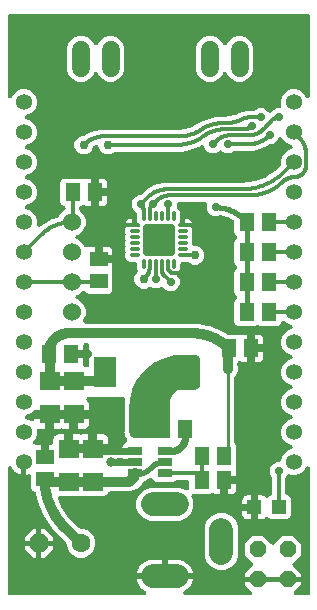
<source format=gbr>
G04 EAGLE Gerber RS-274X export*
G75*
%MOIN*%
%FSLAX25Y25*%
%LPD*%
%INTop Copper*%
%IPPOS*%
%AMOC8*
5,1,8,0,0,1.08239X$1,22.5*%
G01*
%ADD10C,0.078740*%
%ADD11P,0.068191X8X202.500000*%
%ADD12C,0.063000*%
%ADD13R,0.051181X0.059055*%
%ADD14R,0.070866X0.062992*%
%ADD15R,0.059055X0.051181*%
%ADD16R,0.076000X0.100000*%
%ADD17R,0.047244X0.047244*%
%ADD18C,0.060000*%
%ADD19R,0.050000X0.025000*%
%ADD20C,0.053465*%
%ADD21C,0.006000*%
%ADD22C,0.012000*%
%ADD23C,0.026750*%
%ADD24P,0.060614X8X22.500000*%
%ADD25C,0.060000*%
%ADD26C,0.032000*%
%ADD27C,0.035685*%
%ADD28C,0.010000*%
%ADD29C,0.024000*%
%ADD30P,0.030102X8X22.500000*%
%ADD31P,0.034364X8X22.500000*%
%ADD32C,0.027811*%
%ADD33C,0.031748*%
%ADD34C,0.029780*%
%ADD35C,0.016000*%

G36*
X47145Y1606D02*
X47145Y1606D01*
X47195Y1607D01*
X47223Y1613D01*
X47253Y1616D01*
X47300Y1631D01*
X47349Y1642D01*
X47376Y1654D01*
X47404Y1663D01*
X47448Y1687D01*
X47494Y1707D01*
X47518Y1724D01*
X47544Y1738D01*
X47582Y1770D01*
X47622Y1799D01*
X47643Y1821D01*
X47665Y1840D01*
X47697Y1879D01*
X47731Y1915D01*
X47746Y1940D01*
X47765Y1963D01*
X47788Y2008D01*
X47814Y2050D01*
X47824Y2078D01*
X47838Y2104D01*
X47851Y2152D01*
X47869Y2199D01*
X47873Y2228D01*
X47881Y2256D01*
X47885Y2306D01*
X47893Y2355D01*
X47892Y2385D01*
X47894Y2414D01*
X47889Y2464D01*
X47886Y2514D01*
X47879Y2542D01*
X47876Y2572D01*
X47860Y2619D01*
X47848Y2667D01*
X47836Y2694D01*
X47827Y2722D01*
X47802Y2766D01*
X47781Y2811D01*
X47763Y2835D01*
X47749Y2860D01*
X47716Y2898D01*
X47686Y2938D01*
X47664Y2958D01*
X47645Y2980D01*
X47606Y3011D01*
X47569Y3044D01*
X47539Y3062D01*
X47520Y3077D01*
X47494Y3090D01*
X47458Y3112D01*
X47161Y3264D01*
X46455Y3776D01*
X45839Y4392D01*
X45327Y5098D01*
X44931Y5874D01*
X44662Y6703D01*
X44612Y7016D01*
X53816Y7016D01*
X53823Y7017D01*
X53830Y7017D01*
X53902Y7025D01*
X53973Y7032D01*
X53980Y7034D01*
X53987Y7035D01*
X54003Y7040D01*
X54041Y7029D01*
X54048Y7029D01*
X54055Y7027D01*
X54184Y7016D01*
X63388Y7016D01*
X63338Y6703D01*
X63069Y5874D01*
X62673Y5098D01*
X62161Y4392D01*
X61545Y3776D01*
X60839Y3264D01*
X60542Y3112D01*
X60500Y3085D01*
X60456Y3062D01*
X60434Y3043D01*
X60409Y3027D01*
X60373Y2992D01*
X60335Y2960D01*
X60316Y2937D01*
X60295Y2916D01*
X60267Y2875D01*
X60235Y2837D01*
X60222Y2810D01*
X60205Y2786D01*
X60185Y2740D01*
X60162Y2696D01*
X60154Y2667D01*
X60142Y2640D01*
X60132Y2591D01*
X60119Y2544D01*
X60116Y2514D01*
X60110Y2485D01*
X60110Y2435D01*
X60106Y2386D01*
X60109Y2356D01*
X60109Y2327D01*
X60118Y2278D01*
X60124Y2228D01*
X60133Y2200D01*
X60139Y2171D01*
X60158Y2125D01*
X60173Y2078D01*
X60188Y2052D01*
X60199Y2024D01*
X60227Y1983D01*
X60251Y1940D01*
X60271Y1917D01*
X60287Y1893D01*
X60322Y1858D01*
X60355Y1820D01*
X60378Y1802D01*
X60399Y1781D01*
X60441Y1753D01*
X60480Y1723D01*
X60507Y1710D01*
X60532Y1693D01*
X60578Y1674D01*
X60622Y1652D01*
X60651Y1645D01*
X60678Y1633D01*
X60727Y1624D01*
X60775Y1611D01*
X60810Y1608D01*
X60834Y1604D01*
X60863Y1604D01*
X60905Y1601D01*
X82246Y1601D01*
X82250Y1601D01*
X82253Y1601D01*
X82329Y1609D01*
X82404Y1616D01*
X82407Y1618D01*
X82411Y1618D01*
X82483Y1641D01*
X82555Y1663D01*
X82558Y1665D01*
X82562Y1666D01*
X82629Y1703D01*
X82695Y1738D01*
X82697Y1741D01*
X82701Y1742D01*
X82759Y1792D01*
X82816Y1840D01*
X82819Y1843D01*
X82821Y1845D01*
X82868Y1904D01*
X82916Y1963D01*
X82917Y1967D01*
X82920Y1969D01*
X82954Y2037D01*
X82989Y2104D01*
X82990Y2108D01*
X82991Y2111D01*
X83012Y2184D01*
X83032Y2256D01*
X83033Y2260D01*
X83034Y2263D01*
X83039Y2340D01*
X83045Y2414D01*
X83045Y2418D01*
X83045Y2422D01*
X83035Y2497D01*
X83027Y2572D01*
X83026Y2575D01*
X83025Y2579D01*
X83001Y2650D01*
X82977Y2722D01*
X82976Y2726D01*
X82975Y2729D01*
X82937Y2794D01*
X82900Y2860D01*
X82897Y2863D01*
X82895Y2866D01*
X82811Y2965D01*
X80599Y5177D01*
X80599Y6101D01*
X84900Y6101D01*
X84907Y6101D01*
X84914Y6101D01*
X84986Y6109D01*
X84990Y6110D01*
X85100Y6101D01*
X94900Y6101D01*
X94907Y6101D01*
X94914Y6101D01*
X94986Y6109D01*
X94990Y6110D01*
X95100Y6101D01*
X99401Y6101D01*
X99401Y5177D01*
X97189Y2965D01*
X97186Y2962D01*
X97184Y2960D01*
X97136Y2901D01*
X97088Y2843D01*
X97087Y2839D01*
X97084Y2837D01*
X97049Y2769D01*
X97014Y2703D01*
X97013Y2699D01*
X97011Y2696D01*
X96990Y2623D01*
X96969Y2551D01*
X96969Y2547D01*
X96968Y2544D01*
X96962Y2469D01*
X96955Y2393D01*
X96955Y2389D01*
X96955Y2386D01*
X96964Y2311D01*
X96972Y2235D01*
X96973Y2232D01*
X96973Y2228D01*
X96997Y2156D01*
X97020Y2084D01*
X97021Y2081D01*
X97023Y2078D01*
X97060Y2011D01*
X97096Y1946D01*
X97099Y1943D01*
X97100Y1940D01*
X97150Y1882D01*
X97199Y1825D01*
X97202Y1823D01*
X97204Y1820D01*
X97264Y1773D01*
X97323Y1727D01*
X97327Y1725D01*
X97329Y1723D01*
X97398Y1689D01*
X97465Y1655D01*
X97468Y1654D01*
X97471Y1652D01*
X97545Y1633D01*
X97617Y1612D01*
X97621Y1612D01*
X97624Y1611D01*
X97754Y1601D01*
X101600Y1601D01*
X101607Y1601D01*
X101614Y1601D01*
X101686Y1609D01*
X101758Y1616D01*
X101765Y1619D01*
X101772Y1619D01*
X101840Y1642D01*
X101909Y1663D01*
X101915Y1666D01*
X101922Y1669D01*
X101986Y1704D01*
X102048Y1738D01*
X102054Y1743D01*
X102060Y1747D01*
X102115Y1794D01*
X102170Y1840D01*
X102175Y1846D01*
X102180Y1850D01*
X102224Y1907D01*
X102270Y1963D01*
X102273Y1970D01*
X102277Y1976D01*
X102309Y2040D01*
X102342Y2104D01*
X102344Y2111D01*
X102348Y2117D01*
X102366Y2187D01*
X102386Y2256D01*
X102387Y2264D01*
X102389Y2271D01*
X102399Y2400D01*
X102399Y43848D01*
X102399Y43850D01*
X102399Y43852D01*
X102391Y43928D01*
X102384Y44006D01*
X102383Y44008D01*
X102383Y44010D01*
X102360Y44083D01*
X102337Y44158D01*
X102336Y44159D01*
X102336Y44161D01*
X102297Y44231D01*
X102262Y44297D01*
X102260Y44298D01*
X102260Y44300D01*
X102209Y44360D01*
X102160Y44419D01*
X102159Y44420D01*
X102157Y44421D01*
X102096Y44470D01*
X102037Y44518D01*
X102035Y44519D01*
X102034Y44520D01*
X101965Y44555D01*
X101896Y44591D01*
X101894Y44591D01*
X101893Y44592D01*
X101818Y44613D01*
X101744Y44635D01*
X101742Y44635D01*
X101740Y44635D01*
X101663Y44641D01*
X101586Y44648D01*
X101584Y44647D01*
X101582Y44648D01*
X101505Y44638D01*
X101428Y44629D01*
X101427Y44628D01*
X101425Y44628D01*
X101352Y44604D01*
X101278Y44580D01*
X101276Y44579D01*
X101274Y44578D01*
X101208Y44540D01*
X101140Y44502D01*
X101138Y44501D01*
X101137Y44500D01*
X101080Y44450D01*
X101020Y44398D01*
X101019Y44397D01*
X101017Y44396D01*
X100971Y44335D01*
X100923Y44273D01*
X100922Y44271D01*
X100921Y44270D01*
X100862Y44154D01*
X100623Y43579D01*
X99421Y42377D01*
X97850Y41726D01*
X96150Y41726D01*
X95659Y41929D01*
X95652Y41931D01*
X95646Y41935D01*
X95576Y41954D01*
X95508Y41975D01*
X95500Y41976D01*
X95494Y41978D01*
X95422Y41983D01*
X95350Y41990D01*
X95343Y41989D01*
X95336Y41990D01*
X95264Y41981D01*
X95192Y41974D01*
X95185Y41971D01*
X95178Y41971D01*
X95110Y41948D01*
X95041Y41926D01*
X95035Y41923D01*
X95028Y41921D01*
X94965Y41885D01*
X94902Y41850D01*
X94896Y41846D01*
X94890Y41842D01*
X94836Y41795D01*
X94781Y41748D01*
X94776Y41743D01*
X94771Y41738D01*
X94727Y41681D01*
X94682Y41624D01*
X94679Y41618D01*
X94674Y41612D01*
X94615Y41497D01*
X94536Y41306D01*
X94435Y41205D01*
X94428Y41196D01*
X94420Y41189D01*
X94378Y41135D01*
X94334Y41082D01*
X94329Y41072D01*
X94323Y41064D01*
X94292Y41002D01*
X94260Y40942D01*
X94257Y40932D01*
X94252Y40922D01*
X94234Y40855D01*
X94215Y40790D01*
X94214Y40779D01*
X94211Y40769D01*
X94201Y40639D01*
X94201Y35751D01*
X94202Y35742D01*
X94201Y35733D01*
X94209Y35664D01*
X94216Y35594D01*
X94219Y35585D01*
X94220Y35576D01*
X94242Y35509D01*
X94263Y35442D01*
X94267Y35434D01*
X94270Y35426D01*
X94305Y35364D01*
X94338Y35303D01*
X94344Y35296D01*
X94349Y35288D01*
X94395Y35235D01*
X94440Y35181D01*
X94447Y35175D01*
X94453Y35169D01*
X94509Y35126D01*
X94563Y35082D01*
X94571Y35078D01*
X94579Y35072D01*
X94694Y35013D01*
X95403Y34719D01*
X95853Y34269D01*
X96097Y33681D01*
X96097Y28319D01*
X95853Y27731D01*
X95403Y27281D01*
X94814Y27037D01*
X89453Y27037D01*
X88865Y27281D01*
X88565Y27580D01*
X88560Y27585D01*
X88555Y27591D01*
X88498Y27635D01*
X88443Y27681D01*
X88436Y27684D01*
X88431Y27689D01*
X88366Y27721D01*
X88303Y27755D01*
X88296Y27757D01*
X88289Y27760D01*
X88220Y27780D01*
X88151Y27800D01*
X88144Y27801D01*
X88137Y27803D01*
X88064Y27808D01*
X87993Y27815D01*
X87986Y27814D01*
X87978Y27814D01*
X87907Y27805D01*
X87835Y27797D01*
X87828Y27795D01*
X87821Y27794D01*
X87753Y27771D01*
X87684Y27750D01*
X87678Y27746D01*
X87671Y27744D01*
X87609Y27708D01*
X87546Y27673D01*
X87540Y27668D01*
X87534Y27665D01*
X87435Y27580D01*
X87249Y27394D01*
X86987Y27219D01*
X86695Y27099D01*
X86386Y27037D01*
X85047Y27037D01*
X85047Y30619D01*
X85046Y30626D01*
X85046Y30633D01*
X85038Y30704D01*
X85031Y30777D01*
X85029Y30783D01*
X85028Y30791D01*
X85005Y30859D01*
X84984Y30928D01*
X84981Y30934D01*
X84979Y30941D01*
X84946Y30999D01*
X84957Y31021D01*
X84990Y31085D01*
X84992Y31092D01*
X84995Y31099D01*
X85014Y31169D01*
X85033Y31238D01*
X85034Y31245D01*
X85036Y31252D01*
X85047Y31381D01*
X85047Y34963D01*
X86386Y34963D01*
X86695Y34901D01*
X86987Y34781D01*
X87249Y34606D01*
X87435Y34420D01*
X87440Y34415D01*
X87445Y34409D01*
X87502Y34365D01*
X87557Y34319D01*
X87564Y34316D01*
X87569Y34311D01*
X87634Y34278D01*
X87697Y34245D01*
X87704Y34243D01*
X87711Y34240D01*
X87780Y34220D01*
X87849Y34200D01*
X87856Y34199D01*
X87863Y34197D01*
X87936Y34192D01*
X88007Y34185D01*
X88014Y34186D01*
X88022Y34186D01*
X88093Y34195D01*
X88165Y34203D01*
X88172Y34205D01*
X88179Y34206D01*
X88247Y34229D01*
X88316Y34250D01*
X88322Y34254D01*
X88329Y34256D01*
X88391Y34292D01*
X88454Y34327D01*
X88460Y34332D01*
X88466Y34335D01*
X88565Y34420D01*
X88865Y34719D01*
X89306Y34902D01*
X89314Y34906D01*
X89322Y34909D01*
X89384Y34944D01*
X89446Y34977D01*
X89452Y34982D01*
X89460Y34987D01*
X89513Y35033D01*
X89568Y35078D01*
X89573Y35085D01*
X89580Y35091D01*
X89623Y35146D01*
X89668Y35201D01*
X89672Y35209D01*
X89677Y35216D01*
X89708Y35279D01*
X89741Y35341D01*
X89744Y35350D01*
X89748Y35358D01*
X89766Y35426D01*
X89786Y35493D01*
X89786Y35502D01*
X89789Y35511D01*
X89799Y35640D01*
X89799Y40639D01*
X89798Y40650D01*
X89799Y40661D01*
X89790Y40729D01*
X89784Y40797D01*
X89780Y40807D01*
X89779Y40818D01*
X89757Y40883D01*
X89737Y40949D01*
X89732Y40958D01*
X89728Y40968D01*
X89694Y41028D01*
X89662Y41088D01*
X89655Y41096D01*
X89649Y41105D01*
X89565Y41205D01*
X89464Y41306D01*
X89009Y42405D01*
X89009Y43595D01*
X89464Y44694D01*
X90306Y45536D01*
X91405Y45991D01*
X91927Y45991D01*
X91934Y45992D01*
X91941Y45991D01*
X92013Y46000D01*
X92084Y46007D01*
X92091Y46009D01*
X92098Y46010D01*
X92167Y46032D01*
X92236Y46054D01*
X92242Y46057D01*
X92249Y46059D01*
X92312Y46095D01*
X92375Y46129D01*
X92381Y46134D01*
X92387Y46137D01*
X92442Y46184D01*
X92497Y46230D01*
X92501Y46236D01*
X92507Y46241D01*
X92551Y46298D01*
X92596Y46354D01*
X92600Y46360D01*
X92604Y46366D01*
X92636Y46431D01*
X92669Y46495D01*
X92671Y46502D01*
X92674Y46508D01*
X92693Y46578D01*
X92713Y46647D01*
X92714Y46654D01*
X92715Y46661D01*
X92726Y46791D01*
X92726Y46850D01*
X93377Y48421D01*
X94579Y49623D01*
X96120Y50262D01*
X96123Y50263D01*
X96127Y50264D01*
X96193Y50301D01*
X96260Y50336D01*
X96262Y50339D01*
X96266Y50340D01*
X96324Y50390D01*
X96382Y50437D01*
X96384Y50440D01*
X96387Y50442D01*
X96434Y50502D01*
X96482Y50560D01*
X96483Y50564D01*
X96486Y50566D01*
X96520Y50634D01*
X96555Y50701D01*
X96556Y50704D01*
X96558Y50707D01*
X96579Y50781D01*
X96600Y50853D01*
X96600Y50856D01*
X96601Y50860D01*
X96607Y50935D01*
X96613Y51011D01*
X96613Y51014D01*
X96613Y51018D01*
X96604Y51093D01*
X96595Y51168D01*
X96594Y51172D01*
X96594Y51175D01*
X96570Y51246D01*
X96547Y51319D01*
X96545Y51322D01*
X96544Y51326D01*
X96507Y51391D01*
X96470Y51457D01*
X96467Y51460D01*
X96465Y51463D01*
X96415Y51521D01*
X96366Y51578D01*
X96364Y51580D01*
X96361Y51583D01*
X96301Y51629D01*
X96242Y51675D01*
X96238Y51677D01*
X96236Y51679D01*
X96120Y51738D01*
X94579Y52377D01*
X93377Y53579D01*
X92726Y55150D01*
X92726Y56850D01*
X93377Y58421D01*
X94579Y59623D01*
X96120Y60262D01*
X96123Y60263D01*
X96127Y60264D01*
X96193Y60301D01*
X96260Y60336D01*
X96262Y60339D01*
X96266Y60340D01*
X96324Y60390D01*
X96382Y60437D01*
X96384Y60440D01*
X96387Y60442D01*
X96434Y60502D01*
X96482Y60560D01*
X96483Y60564D01*
X96486Y60566D01*
X96520Y60634D01*
X96555Y60701D01*
X96556Y60704D01*
X96558Y60707D01*
X96579Y60781D01*
X96600Y60853D01*
X96600Y60856D01*
X96601Y60860D01*
X96607Y60935D01*
X96613Y61011D01*
X96613Y61014D01*
X96613Y61018D01*
X96604Y61093D01*
X96595Y61168D01*
X96594Y61172D01*
X96594Y61175D01*
X96570Y61246D01*
X96547Y61319D01*
X96545Y61322D01*
X96544Y61326D01*
X96507Y61391D01*
X96470Y61457D01*
X96467Y61460D01*
X96465Y61463D01*
X96415Y61521D01*
X96366Y61578D01*
X96364Y61580D01*
X96361Y61583D01*
X96301Y61629D01*
X96242Y61675D01*
X96238Y61677D01*
X96236Y61679D01*
X96120Y61738D01*
X94579Y62377D01*
X93377Y63579D01*
X92726Y65150D01*
X92726Y66850D01*
X93377Y68421D01*
X94579Y69623D01*
X96120Y70262D01*
X96123Y70263D01*
X96127Y70264D01*
X96193Y70301D01*
X96260Y70336D01*
X96262Y70339D01*
X96266Y70340D01*
X96324Y70390D01*
X96382Y70437D01*
X96384Y70440D01*
X96387Y70442D01*
X96434Y70502D01*
X96482Y70560D01*
X96483Y70564D01*
X96486Y70566D01*
X96520Y70634D01*
X96555Y70701D01*
X96556Y70704D01*
X96558Y70707D01*
X96579Y70781D01*
X96600Y70853D01*
X96600Y70856D01*
X96601Y70860D01*
X96607Y70935D01*
X96613Y71011D01*
X96613Y71014D01*
X96613Y71018D01*
X96604Y71093D01*
X96595Y71168D01*
X96594Y71172D01*
X96594Y71175D01*
X96570Y71246D01*
X96547Y71319D01*
X96545Y71322D01*
X96544Y71326D01*
X96507Y71391D01*
X96470Y71457D01*
X96467Y71460D01*
X96465Y71463D01*
X96415Y71521D01*
X96366Y71578D01*
X96364Y71580D01*
X96361Y71583D01*
X96301Y71629D01*
X96242Y71675D01*
X96238Y71677D01*
X96236Y71679D01*
X96120Y71738D01*
X94579Y72377D01*
X93377Y73579D01*
X92726Y75150D01*
X92726Y76850D01*
X93377Y78421D01*
X94579Y79623D01*
X96120Y80262D01*
X96123Y80263D01*
X96127Y80264D01*
X96193Y80301D01*
X96260Y80336D01*
X96262Y80339D01*
X96266Y80340D01*
X96324Y80390D01*
X96382Y80437D01*
X96384Y80440D01*
X96387Y80442D01*
X96434Y80502D01*
X96482Y80560D01*
X96483Y80564D01*
X96486Y80566D01*
X96520Y80634D01*
X96555Y80701D01*
X96556Y80704D01*
X96558Y80707D01*
X96579Y80781D01*
X96600Y80853D01*
X96600Y80856D01*
X96601Y80860D01*
X96607Y80935D01*
X96613Y81011D01*
X96613Y81014D01*
X96613Y81018D01*
X96604Y81093D01*
X96595Y81168D01*
X96594Y81172D01*
X96594Y81175D01*
X96570Y81246D01*
X96547Y81319D01*
X96545Y81322D01*
X96544Y81326D01*
X96507Y81391D01*
X96470Y81457D01*
X96467Y81460D01*
X96465Y81463D01*
X96415Y81521D01*
X96366Y81578D01*
X96364Y81580D01*
X96361Y81583D01*
X96301Y81629D01*
X96242Y81675D01*
X96238Y81677D01*
X96236Y81679D01*
X96120Y81738D01*
X94579Y82377D01*
X93377Y83579D01*
X92726Y85150D01*
X92726Y86850D01*
X93377Y88421D01*
X94579Y89623D01*
X96120Y90262D01*
X96123Y90263D01*
X96127Y90264D01*
X96193Y90301D01*
X96260Y90336D01*
X96262Y90339D01*
X96266Y90340D01*
X96324Y90390D01*
X96382Y90437D01*
X96384Y90440D01*
X96387Y90442D01*
X96434Y90502D01*
X96482Y90560D01*
X96483Y90564D01*
X96486Y90566D01*
X96520Y90633D01*
X96555Y90701D01*
X96556Y90704D01*
X96558Y90707D01*
X96579Y90781D01*
X96600Y90853D01*
X96600Y90856D01*
X96601Y90860D01*
X96607Y90935D01*
X96613Y91011D01*
X96613Y91014D01*
X96613Y91018D01*
X96604Y91093D01*
X96595Y91168D01*
X96594Y91172D01*
X96594Y91175D01*
X96570Y91246D01*
X96547Y91319D01*
X96545Y91322D01*
X96544Y91326D01*
X96507Y91391D01*
X96470Y91457D01*
X96467Y91460D01*
X96465Y91463D01*
X96415Y91521D01*
X96366Y91578D01*
X96364Y91580D01*
X96361Y91583D01*
X96301Y91629D01*
X96242Y91675D01*
X96238Y91677D01*
X96236Y91679D01*
X96120Y91738D01*
X94579Y92377D01*
X94134Y92821D01*
X94130Y92825D01*
X94127Y92829D01*
X94069Y92875D01*
X94012Y92922D01*
X94007Y92924D01*
X94003Y92928D01*
X93937Y92961D01*
X93872Y92996D01*
X93867Y92997D01*
X93862Y93000D01*
X93791Y93020D01*
X93720Y93041D01*
X93714Y93042D01*
X93709Y93043D01*
X93636Y93049D01*
X93562Y93055D01*
X93557Y93055D01*
X93551Y93055D01*
X93478Y93046D01*
X93405Y93038D01*
X93399Y93037D01*
X93394Y93036D01*
X93324Y93013D01*
X93253Y92990D01*
X93249Y92988D01*
X93244Y92986D01*
X93180Y92949D01*
X93115Y92914D01*
X93111Y92910D01*
X93106Y92907D01*
X93050Y92859D01*
X92994Y92811D01*
X92991Y92807D01*
X92987Y92803D01*
X92942Y92745D01*
X92896Y92687D01*
X92893Y92682D01*
X92890Y92678D01*
X92831Y92562D01*
X92656Y92140D01*
X92206Y91690D01*
X91618Y91447D01*
X85863Y91447D01*
X85306Y91677D01*
X85296Y91680D01*
X85286Y91685D01*
X85220Y91703D01*
X85154Y91723D01*
X85143Y91724D01*
X85133Y91727D01*
X85065Y91731D01*
X84996Y91738D01*
X84986Y91737D01*
X84975Y91738D01*
X84907Y91729D01*
X84839Y91722D01*
X84828Y91718D01*
X84818Y91717D01*
X84694Y91677D01*
X84137Y91447D01*
X78382Y91447D01*
X77794Y91690D01*
X77344Y92140D01*
X77100Y92729D01*
X77100Y99271D01*
X77344Y99859D01*
X77832Y100348D01*
X77881Y100389D01*
X77939Y100437D01*
X77942Y100440D01*
X77945Y100443D01*
X77992Y100502D01*
X78039Y100560D01*
X78041Y100564D01*
X78043Y100566D01*
X78078Y100633D01*
X78113Y100700D01*
X78114Y100704D01*
X78116Y100707D01*
X78136Y100780D01*
X78157Y100853D01*
X78158Y100856D01*
X78159Y100860D01*
X78164Y100935D01*
X78171Y101010D01*
X78171Y101014D01*
X78171Y101018D01*
X78162Y101093D01*
X78153Y101168D01*
X78152Y101171D01*
X78152Y101175D01*
X78128Y101247D01*
X78105Y101319D01*
X78103Y101322D01*
X78102Y101326D01*
X78064Y101391D01*
X78027Y101457D01*
X78025Y101460D01*
X78023Y101463D01*
X77973Y101520D01*
X77924Y101577D01*
X77921Y101580D01*
X77919Y101583D01*
X77859Y101629D01*
X77843Y101641D01*
X77344Y102140D01*
X77100Y102729D01*
X77100Y109271D01*
X77344Y109859D01*
X77832Y110348D01*
X77881Y110389D01*
X77939Y110437D01*
X77942Y110440D01*
X77944Y110442D01*
X77991Y110501D01*
X78039Y110560D01*
X78041Y110564D01*
X78043Y110566D01*
X78078Y110634D01*
X78113Y110701D01*
X78114Y110704D01*
X78116Y110707D01*
X78136Y110780D01*
X78157Y110853D01*
X78158Y110856D01*
X78159Y110860D01*
X78164Y110935D01*
X78171Y111011D01*
X78171Y111014D01*
X78171Y111018D01*
X78162Y111093D01*
X78153Y111168D01*
X78152Y111171D01*
X78152Y111175D01*
X78128Y111247D01*
X78105Y111319D01*
X78103Y111322D01*
X78102Y111326D01*
X78064Y111391D01*
X78027Y111457D01*
X78025Y111460D01*
X78023Y111463D01*
X77974Y111520D01*
X77924Y111578D01*
X77921Y111580D01*
X77919Y111583D01*
X77859Y111628D01*
X77843Y111641D01*
X77344Y112140D01*
X77100Y112729D01*
X77100Y119271D01*
X77344Y119859D01*
X77832Y120348D01*
X77881Y120389D01*
X77939Y120437D01*
X77942Y120440D01*
X77944Y120442D01*
X77991Y120501D01*
X78039Y120560D01*
X78041Y120564D01*
X78043Y120566D01*
X78078Y120634D01*
X78113Y120701D01*
X78114Y120704D01*
X78116Y120707D01*
X78136Y120780D01*
X78157Y120853D01*
X78158Y120856D01*
X78159Y120860D01*
X78164Y120935D01*
X78171Y121011D01*
X78171Y121014D01*
X78171Y121018D01*
X78162Y121093D01*
X78153Y121168D01*
X78152Y121171D01*
X78152Y121175D01*
X78128Y121247D01*
X78105Y121319D01*
X78103Y121322D01*
X78102Y121326D01*
X78064Y121391D01*
X78027Y121457D01*
X78025Y121460D01*
X78023Y121463D01*
X77974Y121520D01*
X77924Y121578D01*
X77921Y121580D01*
X77919Y121583D01*
X77859Y121628D01*
X77843Y121641D01*
X77344Y122140D01*
X77100Y122729D01*
X77100Y126115D01*
X77096Y126151D01*
X77097Y126187D01*
X77089Y126230D01*
X77084Y126273D01*
X77074Y126307D01*
X77067Y126343D01*
X77051Y126383D01*
X77038Y126424D01*
X77021Y126456D01*
X77007Y126489D01*
X76983Y126526D01*
X76962Y126564D01*
X76939Y126591D01*
X76919Y126621D01*
X76889Y126652D01*
X76861Y126685D01*
X76833Y126708D01*
X76807Y126733D01*
X76763Y126764D01*
X76737Y126785D01*
X76721Y126793D01*
X76700Y126807D01*
X75034Y127769D01*
X74998Y127785D01*
X74964Y127805D01*
X74918Y127822D01*
X74890Y127834D01*
X74869Y127839D01*
X74842Y127849D01*
X72898Y128370D01*
X72861Y128376D01*
X72824Y128386D01*
X72783Y128389D01*
X72742Y128395D01*
X72704Y128394D01*
X72666Y128397D01*
X72625Y128391D01*
X72584Y128390D01*
X72547Y128381D01*
X72509Y128376D01*
X72460Y128360D01*
X72429Y128353D01*
X72411Y128344D01*
X72386Y128336D01*
X71595Y128009D01*
X70405Y128009D01*
X69306Y128464D01*
X68464Y129306D01*
X68009Y130405D01*
X68009Y131595D01*
X68050Y131694D01*
X68051Y131699D01*
X68054Y131704D01*
X68074Y131775D01*
X68096Y131846D01*
X68096Y131851D01*
X68098Y131856D01*
X68104Y131930D01*
X68111Y132004D01*
X68110Y132009D01*
X68110Y132014D01*
X68102Y132087D01*
X68094Y132161D01*
X68093Y132166D01*
X68092Y132172D01*
X68069Y132242D01*
X68047Y132312D01*
X68044Y132317D01*
X68043Y132322D01*
X68006Y132387D01*
X67971Y132451D01*
X67967Y132456D01*
X67965Y132460D01*
X67916Y132516D01*
X67869Y132573D01*
X67865Y132576D01*
X67861Y132580D01*
X67803Y132625D01*
X67745Y132671D01*
X67740Y132674D01*
X67736Y132677D01*
X67670Y132710D01*
X67604Y132744D01*
X67599Y132745D01*
X67594Y132748D01*
X67522Y132767D01*
X67451Y132787D01*
X67446Y132787D01*
X67441Y132789D01*
X67311Y132799D01*
X58791Y132799D01*
X58783Y132799D01*
X58776Y132799D01*
X58705Y132791D01*
X58633Y132784D01*
X58626Y132781D01*
X58619Y132781D01*
X58550Y132758D01*
X58481Y132737D01*
X58475Y132734D01*
X58468Y132731D01*
X58405Y132696D01*
X58342Y132662D01*
X58337Y132657D01*
X58330Y132653D01*
X58275Y132606D01*
X58220Y132560D01*
X58216Y132554D01*
X58210Y132550D01*
X58166Y132493D01*
X58121Y132437D01*
X58118Y132430D01*
X58113Y132424D01*
X58081Y132360D01*
X58048Y132296D01*
X58046Y132289D01*
X58043Y132283D01*
X58024Y132213D01*
X58004Y132144D01*
X58004Y132136D01*
X58002Y132129D01*
X57991Y132000D01*
X57991Y131452D01*
X57992Y131441D01*
X57992Y131431D01*
X58000Y131363D01*
X58007Y131294D01*
X58010Y131284D01*
X58012Y131273D01*
X58033Y131208D01*
X58054Y131143D01*
X58059Y131133D01*
X58062Y131123D01*
X58097Y131063D01*
X58129Y131004D01*
X58136Y130995D01*
X58141Y130986D01*
X58225Y130887D01*
X58866Y130247D01*
X59201Y129438D01*
X59201Y126404D01*
X59201Y126403D01*
X59201Y126000D01*
X59201Y125993D01*
X59201Y125986D01*
X59209Y125914D01*
X59216Y125842D01*
X59219Y125835D01*
X59219Y125828D01*
X59242Y125760D01*
X59263Y125691D01*
X59266Y125685D01*
X59269Y125678D01*
X59304Y125614D01*
X59338Y125551D01*
X59343Y125546D01*
X59347Y125540D01*
X59394Y125485D01*
X59440Y125430D01*
X59445Y125425D01*
X59450Y125420D01*
X59507Y125376D01*
X59563Y125330D01*
X59570Y125327D01*
X59575Y125323D01*
X59640Y125291D01*
X59704Y125258D01*
X59711Y125256D01*
X59717Y125252D01*
X59787Y125234D01*
X59856Y125214D01*
X59863Y125213D01*
X59870Y125211D01*
X60000Y125201D01*
X60007Y125201D01*
X60014Y125201D01*
X60086Y125209D01*
X60158Y125216D01*
X60165Y125219D01*
X60172Y125219D01*
X60240Y125242D01*
X60309Y125263D01*
X60315Y125266D01*
X60322Y125269D01*
X60386Y125304D01*
X60449Y125338D01*
X60454Y125343D01*
X60460Y125347D01*
X60515Y125394D01*
X60570Y125440D01*
X60575Y125446D01*
X60580Y125450D01*
X60624Y125507D01*
X60670Y125563D01*
X60673Y125570D01*
X60677Y125576D01*
X60709Y125640D01*
X60743Y125704D01*
X60745Y125711D01*
X60748Y125717D01*
X60766Y125787D01*
X60786Y125856D01*
X60787Y125864D01*
X60789Y125871D01*
X60799Y126000D01*
X60799Y127201D01*
X61217Y127201D01*
X61642Y127116D01*
X62042Y126950D01*
X62403Y126709D01*
X62709Y126403D01*
X62950Y126042D01*
X63060Y125777D01*
X63041Y125773D01*
X62988Y125754D01*
X62933Y125737D01*
X62914Y125726D01*
X62892Y125718D01*
X62844Y125689D01*
X62794Y125662D01*
X62777Y125647D01*
X62757Y125635D01*
X62716Y125596D01*
X62672Y125560D01*
X62658Y125542D01*
X62642Y125527D01*
X62609Y125481D01*
X62573Y125437D01*
X62563Y125416D01*
X62549Y125398D01*
X62526Y125346D01*
X62500Y125296D01*
X62494Y125274D01*
X62485Y125254D01*
X62472Y125198D01*
X62456Y125144D01*
X62454Y125121D01*
X62449Y125099D01*
X62448Y125042D01*
X62443Y124986D01*
X62446Y124963D01*
X62446Y124941D01*
X62455Y124885D01*
X62462Y124828D01*
X62469Y124807D01*
X62473Y124784D01*
X62494Y124732D01*
X62511Y124678D01*
X62522Y124658D01*
X62531Y124637D01*
X62561Y124589D01*
X62589Y124540D01*
X62604Y124523D01*
X62616Y124504D01*
X62673Y124443D01*
X62693Y124420D01*
X62699Y124415D01*
X62705Y124409D01*
X62762Y124366D01*
X62818Y124323D01*
X62826Y124319D01*
X62832Y124314D01*
X62896Y124284D01*
X62960Y124252D01*
X62968Y124250D01*
X62976Y124247D01*
X63044Y124230D01*
X63069Y124223D01*
X63068Y124220D01*
X63049Y124154D01*
X63048Y124143D01*
X63045Y124133D01*
X63040Y124065D01*
X63034Y123996D01*
X63035Y123986D01*
X63034Y123975D01*
X63043Y123907D01*
X63050Y123839D01*
X63053Y123828D01*
X63055Y123818D01*
X63095Y123694D01*
X63201Y123438D01*
X63201Y122562D01*
X63095Y122306D01*
X63091Y122296D01*
X63087Y122286D01*
X63068Y122220D01*
X63049Y122154D01*
X63048Y122143D01*
X63045Y122133D01*
X63040Y122065D01*
X63034Y121996D01*
X63035Y121986D01*
X63034Y121975D01*
X63043Y121907D01*
X63050Y121839D01*
X63053Y121828D01*
X63055Y121818D01*
X63095Y121694D01*
X63201Y121438D01*
X63201Y120562D01*
X63095Y120306D01*
X63091Y120296D01*
X63087Y120286D01*
X63068Y120220D01*
X63049Y120154D01*
X63048Y120143D01*
X63045Y120133D01*
X63040Y120065D01*
X63034Y119996D01*
X63035Y119986D01*
X63034Y119975D01*
X63043Y119907D01*
X63050Y119839D01*
X63053Y119828D01*
X63055Y119818D01*
X63095Y119694D01*
X63201Y119438D01*
X63201Y118889D01*
X63201Y118882D01*
X63201Y118875D01*
X63209Y118803D01*
X63216Y118731D01*
X63219Y118724D01*
X63219Y118717D01*
X63242Y118649D01*
X63263Y118580D01*
X63266Y118574D01*
X63269Y118567D01*
X63304Y118503D01*
X63338Y118440D01*
X63343Y118435D01*
X63347Y118429D01*
X63394Y118374D01*
X63440Y118319D01*
X63446Y118314D01*
X63450Y118309D01*
X63507Y118265D01*
X63563Y118219D01*
X63570Y118216D01*
X63576Y118212D01*
X63640Y118180D01*
X63704Y118146D01*
X63711Y118145D01*
X63717Y118141D01*
X63787Y118123D01*
X63856Y118103D01*
X63864Y118102D01*
X63871Y118100D01*
X64000Y118090D01*
X64615Y118090D01*
X65750Y117619D01*
X66619Y116750D01*
X67090Y115615D01*
X67090Y114385D01*
X66619Y113250D01*
X65750Y112381D01*
X64615Y111910D01*
X63385Y111910D01*
X62250Y112381D01*
X62065Y112565D01*
X62057Y112572D01*
X62050Y112580D01*
X61996Y112622D01*
X61943Y112666D01*
X61933Y112671D01*
X61925Y112677D01*
X61863Y112708D01*
X61803Y112740D01*
X61792Y112743D01*
X61783Y112748D01*
X61716Y112765D01*
X61651Y112785D01*
X61640Y112786D01*
X61630Y112789D01*
X61500Y112799D01*
X60000Y112799D01*
X59993Y112799D01*
X59986Y112799D01*
X59914Y112791D01*
X59842Y112784D01*
X59835Y112781D01*
X59828Y112781D01*
X59760Y112758D01*
X59691Y112737D01*
X59685Y112734D01*
X59678Y112731D01*
X59614Y112696D01*
X59551Y112662D01*
X59546Y112657D01*
X59540Y112653D01*
X59485Y112606D01*
X59430Y112560D01*
X59425Y112554D01*
X59420Y112550D01*
X59376Y112493D01*
X59330Y112437D01*
X59327Y112430D01*
X59323Y112424D01*
X59291Y112360D01*
X59258Y112296D01*
X59256Y112289D01*
X59252Y112283D01*
X59234Y112213D01*
X59214Y112144D01*
X59213Y112136D01*
X59211Y112129D01*
X59201Y112000D01*
X59201Y110562D01*
X58866Y109753D01*
X58236Y109124D01*
X58232Y109119D01*
X58226Y109114D01*
X58182Y109057D01*
X58136Y109002D01*
X58133Y108995D01*
X58128Y108990D01*
X58096Y108925D01*
X58062Y108862D01*
X58060Y108855D01*
X58057Y108848D01*
X58037Y108779D01*
X58017Y108710D01*
X58016Y108702D01*
X58014Y108696D01*
X58009Y108624D01*
X58002Y108552D01*
X58003Y108545D01*
X58003Y108537D01*
X58012Y108466D01*
X58020Y108394D01*
X58022Y108387D01*
X58023Y108380D01*
X58046Y108312D01*
X58067Y108243D01*
X58071Y108237D01*
X58073Y108230D01*
X58109Y108168D01*
X58144Y108105D01*
X58149Y108099D01*
X58152Y108093D01*
X58236Y107994D01*
X58536Y107694D01*
X58991Y106595D01*
X58991Y105405D01*
X58536Y104306D01*
X57694Y103464D01*
X56595Y103009D01*
X55405Y103009D01*
X54306Y103464D01*
X53504Y104265D01*
X53497Y104271D01*
X53491Y104278D01*
X53436Y104321D01*
X53382Y104366D01*
X53374Y104370D01*
X53367Y104376D01*
X53304Y104407D01*
X53242Y104440D01*
X53233Y104443D01*
X53225Y104447D01*
X53157Y104465D01*
X53090Y104485D01*
X53081Y104486D01*
X53072Y104488D01*
X53002Y104493D01*
X52932Y104500D01*
X52923Y104499D01*
X52914Y104499D01*
X52844Y104490D01*
X52774Y104482D01*
X52766Y104480D01*
X52757Y104479D01*
X52633Y104439D01*
X51595Y104009D01*
X50405Y104009D01*
X49434Y104411D01*
X49424Y104414D01*
X49414Y104419D01*
X49348Y104437D01*
X49283Y104457D01*
X49272Y104458D01*
X49262Y104460D01*
X49193Y104465D01*
X49125Y104472D01*
X49114Y104470D01*
X49103Y104471D01*
X49036Y104462D01*
X48967Y104455D01*
X48957Y104452D01*
X48946Y104451D01*
X48823Y104411D01*
X47615Y103910D01*
X46385Y103910D01*
X45250Y104381D01*
X44381Y105250D01*
X43910Y106385D01*
X43910Y107615D01*
X44381Y108750D01*
X44830Y109199D01*
X44835Y109206D01*
X44842Y109212D01*
X44886Y109267D01*
X44930Y109322D01*
X44934Y109330D01*
X44940Y109337D01*
X44971Y109400D01*
X45004Y109462D01*
X45007Y109471D01*
X45011Y109479D01*
X45030Y109546D01*
X45050Y109614D01*
X45050Y109623D01*
X45053Y109631D01*
X45057Y109701D01*
X45064Y109772D01*
X45063Y109781D01*
X45063Y109790D01*
X45054Y109859D01*
X45047Y109929D01*
X45044Y109938D01*
X45043Y109947D01*
X45003Y110070D01*
X44799Y110562D01*
X44799Y112000D01*
X44799Y112007D01*
X44799Y112014D01*
X44791Y112086D01*
X44784Y112158D01*
X44781Y112165D01*
X44781Y112172D01*
X44758Y112240D01*
X44737Y112309D01*
X44734Y112315D01*
X44731Y112322D01*
X44696Y112386D01*
X44662Y112448D01*
X44657Y112454D01*
X44653Y112460D01*
X44606Y112515D01*
X44560Y112570D01*
X44554Y112575D01*
X44550Y112580D01*
X44493Y112624D01*
X44437Y112670D01*
X44430Y112673D01*
X44424Y112677D01*
X44360Y112709D01*
X44296Y112742D01*
X44289Y112744D01*
X44283Y112748D01*
X44213Y112766D01*
X44144Y112786D01*
X44136Y112787D01*
X44129Y112789D01*
X44000Y112799D01*
X42562Y112799D01*
X41753Y113134D01*
X41134Y113753D01*
X40799Y114562D01*
X40799Y115438D01*
X40905Y115694D01*
X40909Y115704D01*
X40913Y115714D01*
X40931Y115780D01*
X40951Y115846D01*
X40952Y115857D01*
X40955Y115867D01*
X40960Y115935D01*
X40966Y116004D01*
X40965Y116014D01*
X40966Y116025D01*
X40957Y116093D01*
X40950Y116161D01*
X40947Y116172D01*
X40945Y116182D01*
X40905Y116306D01*
X40799Y116562D01*
X40799Y117438D01*
X40905Y117694D01*
X40909Y117704D01*
X40913Y117714D01*
X40931Y117780D01*
X40951Y117846D01*
X40952Y117857D01*
X40955Y117867D01*
X40960Y117935D01*
X40966Y118004D01*
X40965Y118014D01*
X40966Y118025D01*
X40957Y118093D01*
X40950Y118161D01*
X40947Y118172D01*
X40945Y118182D01*
X40905Y118306D01*
X40799Y118562D01*
X40799Y119438D01*
X40905Y119694D01*
X40909Y119704D01*
X40913Y119714D01*
X40931Y119780D01*
X40951Y119846D01*
X40952Y119857D01*
X40955Y119867D01*
X40960Y119935D01*
X40966Y120004D01*
X40965Y120014D01*
X40966Y120025D01*
X40957Y120093D01*
X40950Y120161D01*
X40947Y120172D01*
X40945Y120182D01*
X40905Y120306D01*
X40799Y120562D01*
X40799Y121438D01*
X40905Y121694D01*
X40909Y121704D01*
X40913Y121714D01*
X40931Y121780D01*
X40951Y121846D01*
X40952Y121857D01*
X40955Y121867D01*
X40960Y121935D01*
X40966Y122004D01*
X40965Y122014D01*
X40966Y122025D01*
X40957Y122093D01*
X40950Y122161D01*
X40947Y122172D01*
X40945Y122182D01*
X40905Y122306D01*
X40799Y122562D01*
X40799Y123438D01*
X40856Y123574D01*
X40859Y123584D01*
X40864Y123594D01*
X40882Y123660D01*
X40902Y123726D01*
X40903Y123737D01*
X40905Y123747D01*
X40910Y123815D01*
X40917Y123883D01*
X40915Y123894D01*
X40916Y123905D01*
X40907Y123973D01*
X40900Y124041D01*
X40897Y124051D01*
X40895Y124062D01*
X40878Y124115D01*
X40859Y124210D01*
X40899Y124213D01*
X40907Y124216D01*
X40915Y124216D01*
X40983Y124237D01*
X41051Y124257D01*
X41059Y124260D01*
X41066Y124263D01*
X41129Y124297D01*
X41192Y124329D01*
X41199Y124335D01*
X41206Y124338D01*
X41229Y124358D01*
X41295Y124409D01*
X41310Y124425D01*
X41327Y124440D01*
X41328Y124440D01*
X41363Y124484D01*
X41401Y124526D01*
X41413Y124546D01*
X41427Y124563D01*
X41453Y124614D01*
X41482Y124663D01*
X41489Y124684D01*
X41500Y124704D01*
X41516Y124759D01*
X41534Y124812D01*
X41537Y124835D01*
X41544Y124856D01*
X41548Y124913D01*
X41556Y124969D01*
X41555Y124992D01*
X41557Y125014D01*
X41550Y125071D01*
X41546Y125127D01*
X41541Y125149D01*
X41538Y125172D01*
X41520Y125226D01*
X41506Y125281D01*
X41496Y125301D01*
X41489Y125322D01*
X41461Y125372D01*
X41436Y125423D01*
X41422Y125441D01*
X41411Y125460D01*
X41374Y125503D01*
X41339Y125548D01*
X41322Y125563D01*
X41307Y125580D01*
X41262Y125615D01*
X41220Y125652D01*
X41200Y125663D01*
X41182Y125677D01*
X41131Y125703D01*
X41082Y125731D01*
X41060Y125738D01*
X41040Y125748D01*
X40985Y125762D01*
X40931Y125780D01*
X40909Y125783D01*
X40887Y125789D01*
X40860Y125791D01*
X40872Y125854D01*
X41016Y126200D01*
X41224Y126512D01*
X41488Y126776D01*
X41800Y126984D01*
X42146Y127128D01*
X42513Y127201D01*
X43201Y127201D01*
X43201Y126000D01*
X43201Y125993D01*
X43201Y125986D01*
X43209Y125914D01*
X43216Y125842D01*
X43219Y125835D01*
X43219Y125828D01*
X43242Y125760D01*
X43263Y125691D01*
X43266Y125685D01*
X43269Y125678D01*
X43304Y125614D01*
X43338Y125551D01*
X43343Y125546D01*
X43347Y125540D01*
X43394Y125485D01*
X43440Y125430D01*
X43445Y125425D01*
X43450Y125420D01*
X43507Y125376D01*
X43563Y125330D01*
X43570Y125327D01*
X43575Y125323D01*
X43640Y125291D01*
X43704Y125258D01*
X43711Y125256D01*
X43717Y125252D01*
X43787Y125234D01*
X43856Y125214D01*
X43863Y125213D01*
X43870Y125211D01*
X44000Y125201D01*
X44007Y125201D01*
X44014Y125201D01*
X44086Y125209D01*
X44158Y125216D01*
X44165Y125219D01*
X44172Y125219D01*
X44240Y125242D01*
X44309Y125263D01*
X44315Y125266D01*
X44322Y125269D01*
X44386Y125304D01*
X44449Y125338D01*
X44454Y125343D01*
X44460Y125347D01*
X44515Y125394D01*
X44570Y125440D01*
X44575Y125446D01*
X44580Y125450D01*
X44624Y125507D01*
X44670Y125563D01*
X44673Y125570D01*
X44677Y125576D01*
X44709Y125640D01*
X44743Y125704D01*
X44745Y125711D01*
X44748Y125717D01*
X44766Y125787D01*
X44786Y125856D01*
X44787Y125864D01*
X44789Y125871D01*
X44799Y126000D01*
X44799Y126403D01*
X44799Y126404D01*
X44799Y128726D01*
X44798Y128735D01*
X44799Y128744D01*
X44791Y128813D01*
X44784Y128883D01*
X44781Y128892D01*
X44780Y128901D01*
X44758Y128968D01*
X44737Y129035D01*
X44733Y129043D01*
X44730Y129051D01*
X44695Y129112D01*
X44662Y129174D01*
X44656Y129181D01*
X44651Y129189D01*
X44605Y129242D01*
X44560Y129296D01*
X44553Y129301D01*
X44547Y129308D01*
X44491Y129351D01*
X44437Y129395D01*
X44429Y129399D01*
X44421Y129405D01*
X44306Y129464D01*
X43464Y130306D01*
X43009Y131405D01*
X43009Y132595D01*
X43464Y133694D01*
X44306Y134536D01*
X45405Y134991D01*
X45548Y134991D01*
X45559Y134992D01*
X45569Y134992D01*
X45637Y135000D01*
X45706Y135007D01*
X45716Y135010D01*
X45727Y135012D01*
X45792Y135033D01*
X45857Y135054D01*
X45867Y135059D01*
X45877Y135062D01*
X45936Y135096D01*
X45996Y135129D01*
X46005Y135136D01*
X46014Y135141D01*
X46113Y135225D01*
X47037Y136150D01*
X47719Y136832D01*
X50423Y138393D01*
X53439Y139201D01*
X79779Y139201D01*
X79796Y139202D01*
X79819Y139202D01*
X81470Y139283D01*
X81497Y139287D01*
X81587Y139297D01*
X84550Y139887D01*
X84826Y139941D01*
X84838Y139945D01*
X84852Y139947D01*
X84975Y139987D01*
X84977Y139988D01*
X88027Y141251D01*
X88038Y141257D01*
X88051Y141261D01*
X88165Y141325D01*
X90911Y143159D01*
X90932Y143177D01*
X91003Y143232D01*
X92228Y144342D01*
X92240Y144354D01*
X92257Y144369D01*
X92492Y144604D01*
X92499Y144613D01*
X92507Y144620D01*
X92549Y144674D01*
X92592Y144727D01*
X92597Y144736D01*
X92604Y144745D01*
X92635Y144807D01*
X92667Y144867D01*
X92670Y144877D01*
X92674Y144887D01*
X92692Y144953D01*
X92712Y145019D01*
X92713Y145029D01*
X92715Y145040D01*
X92726Y145169D01*
X92726Y146850D01*
X93377Y148421D01*
X94579Y149623D01*
X96120Y150262D01*
X96123Y150263D01*
X96127Y150264D01*
X96193Y150301D01*
X96260Y150336D01*
X96262Y150339D01*
X96266Y150340D01*
X96323Y150389D01*
X96382Y150437D01*
X96384Y150440D01*
X96387Y150442D01*
X96433Y150500D01*
X96482Y150560D01*
X96483Y150564D01*
X96486Y150566D01*
X96520Y150634D01*
X96555Y150701D01*
X96556Y150704D01*
X96558Y150707D01*
X96579Y150781D01*
X96600Y150853D01*
X96600Y150856D01*
X96601Y150860D01*
X96607Y150935D01*
X96613Y151011D01*
X96613Y151014D01*
X96613Y151018D01*
X96604Y151093D01*
X96595Y151168D01*
X96594Y151172D01*
X96594Y151175D01*
X96570Y151247D01*
X96547Y151319D01*
X96545Y151322D01*
X96544Y151326D01*
X96507Y151391D01*
X96470Y151457D01*
X96467Y151460D01*
X96465Y151463D01*
X96416Y151520D01*
X96366Y151578D01*
X96364Y151580D01*
X96361Y151583D01*
X96301Y151629D01*
X96242Y151675D01*
X96238Y151677D01*
X96236Y151679D01*
X96120Y151738D01*
X94579Y152377D01*
X93377Y153579D01*
X93251Y153882D01*
X93250Y153885D01*
X93249Y153888D01*
X93212Y153955D01*
X93176Y154021D01*
X93174Y154024D01*
X93172Y154027D01*
X93124Y154085D01*
X93076Y154143D01*
X93073Y154146D01*
X93070Y154149D01*
X93012Y154195D01*
X92952Y154243D01*
X92949Y154245D01*
X92946Y154247D01*
X92879Y154282D01*
X92812Y154317D01*
X92809Y154318D01*
X92805Y154320D01*
X92733Y154340D01*
X92660Y154361D01*
X92656Y154362D01*
X92653Y154363D01*
X92578Y154368D01*
X92502Y154375D01*
X92499Y154375D01*
X92495Y154375D01*
X92420Y154366D01*
X92345Y154357D01*
X92341Y154356D01*
X92338Y154356D01*
X92266Y154332D01*
X92194Y154309D01*
X92191Y154307D01*
X92187Y154306D01*
X92122Y154268D01*
X92056Y154231D01*
X92053Y154229D01*
X92050Y154227D01*
X91992Y154177D01*
X91935Y154128D01*
X91933Y154125D01*
X91930Y154123D01*
X91884Y154063D01*
X91838Y154003D01*
X91836Y154000D01*
X91834Y153997D01*
X91774Y153882D01*
X91536Y153306D01*
X90694Y152464D01*
X89595Y152009D01*
X89133Y152009D01*
X89068Y152002D01*
X89003Y151998D01*
X88989Y151994D01*
X88975Y151993D01*
X88913Y151974D01*
X88850Y151957D01*
X88836Y151950D01*
X88823Y151946D01*
X88794Y151930D01*
X88733Y151902D01*
X86560Y150647D01*
X83396Y149799D01*
X77361Y149799D01*
X77350Y149798D01*
X77339Y149799D01*
X77271Y149790D01*
X77203Y149784D01*
X77193Y149780D01*
X77182Y149779D01*
X77117Y149757D01*
X77051Y149737D01*
X77042Y149732D01*
X77032Y149728D01*
X76972Y149694D01*
X76912Y149662D01*
X76904Y149655D01*
X76894Y149649D01*
X76795Y149565D01*
X76694Y149464D01*
X75595Y149009D01*
X74405Y149009D01*
X73306Y149464D01*
X73065Y149705D01*
X73060Y149709D01*
X73055Y149715D01*
X72998Y149759D01*
X72943Y149805D01*
X72936Y149808D01*
X72931Y149813D01*
X72866Y149845D01*
X72803Y149879D01*
X72796Y149881D01*
X72789Y149884D01*
X72720Y149904D01*
X72651Y149924D01*
X72644Y149925D01*
X72637Y149927D01*
X72565Y149932D01*
X72493Y149939D01*
X72486Y149938D01*
X72478Y149938D01*
X72407Y149929D01*
X72335Y149921D01*
X72328Y149919D01*
X72321Y149918D01*
X72253Y149895D01*
X72184Y149874D01*
X72178Y149870D01*
X72171Y149868D01*
X72109Y149832D01*
X72046Y149797D01*
X72040Y149792D01*
X72034Y149789D01*
X71935Y149705D01*
X71694Y149464D01*
X70595Y149009D01*
X69405Y149009D01*
X68306Y149464D01*
X67464Y150306D01*
X67119Y151138D01*
X67111Y151153D01*
X67106Y151169D01*
X67074Y151223D01*
X67044Y151278D01*
X67034Y151291D01*
X67025Y151306D01*
X66983Y151352D01*
X66943Y151400D01*
X66930Y151411D01*
X66919Y151423D01*
X66869Y151461D01*
X66820Y151500D01*
X66805Y151508D01*
X66792Y151518D01*
X66735Y151545D01*
X66680Y151573D01*
X66664Y151578D01*
X66648Y151586D01*
X66588Y151600D01*
X66528Y151618D01*
X66511Y151619D01*
X66494Y151623D01*
X66432Y151626D01*
X66370Y151632D01*
X66353Y151630D01*
X66336Y151630D01*
X66274Y151621D01*
X66213Y151614D01*
X66196Y151608D01*
X66180Y151606D01*
X66078Y151570D01*
X66062Y151565D01*
X66060Y151564D01*
X66057Y151563D01*
X63302Y150341D01*
X59711Y149581D01*
X37500Y149581D01*
X37489Y149580D01*
X37478Y149581D01*
X37411Y149572D01*
X37342Y149565D01*
X37332Y149562D01*
X37321Y149561D01*
X37256Y149539D01*
X37191Y149519D01*
X37181Y149514D01*
X37171Y149510D01*
X37111Y149476D01*
X37051Y149443D01*
X37043Y149437D01*
X37034Y149431D01*
X36935Y149347D01*
X36750Y149163D01*
X35615Y148692D01*
X34385Y148692D01*
X33250Y149163D01*
X32381Y150032D01*
X31864Y151279D01*
X31864Y151280D01*
X31861Y151285D01*
X31852Y151308D01*
X31848Y151321D01*
X31821Y151371D01*
X31796Y151424D01*
X31783Y151441D01*
X31773Y151460D01*
X31736Y151504D01*
X31701Y151551D01*
X31685Y151565D01*
X31671Y151582D01*
X31626Y151618D01*
X31583Y151656D01*
X31565Y151667D01*
X31548Y151681D01*
X31496Y151708D01*
X31447Y151737D01*
X31426Y151744D01*
X31407Y151754D01*
X31352Y151770D01*
X31297Y151789D01*
X31275Y151792D01*
X31255Y151798D01*
X31197Y151802D01*
X31140Y151810D01*
X31118Y151809D01*
X31097Y151811D01*
X31040Y151804D01*
X30982Y151800D01*
X30961Y151795D01*
X30939Y151792D01*
X30885Y151774D01*
X30829Y151759D01*
X30806Y151749D01*
X30789Y151743D01*
X30760Y151727D01*
X30711Y151704D01*
X30421Y151536D01*
X30391Y151514D01*
X30358Y151495D01*
X30326Y151468D01*
X30293Y151444D01*
X30267Y151416D01*
X30238Y151391D01*
X30213Y151358D01*
X30185Y151328D01*
X30165Y151296D01*
X30142Y151266D01*
X30118Y151220D01*
X30102Y151193D01*
X30095Y151174D01*
X30083Y151150D01*
X29619Y150032D01*
X28750Y149163D01*
X27615Y148692D01*
X26385Y148692D01*
X25250Y149163D01*
X24381Y150032D01*
X23910Y151167D01*
X23910Y152396D01*
X24381Y153532D01*
X25250Y154401D01*
X26385Y154872D01*
X27064Y154872D01*
X27128Y154878D01*
X27193Y154882D01*
X27207Y154886D01*
X27221Y154887D01*
X27283Y154906D01*
X27346Y154923D01*
X27361Y154930D01*
X27373Y154934D01*
X27403Y154950D01*
X27463Y154979D01*
X29318Y156049D01*
X32386Y156872D01*
X59003Y156872D01*
X59028Y156874D01*
X59063Y156874D01*
X60495Y156981D01*
X60520Y156986D01*
X60545Y156987D01*
X60620Y157003D01*
X60651Y157009D01*
X60660Y157012D01*
X60671Y157015D01*
X63409Y157861D01*
X63432Y157871D01*
X63456Y157878D01*
X63525Y157910D01*
X63555Y157923D01*
X63562Y157928D01*
X63573Y157933D01*
X64816Y158653D01*
X64836Y158668D01*
X64867Y158685D01*
X64902Y158709D01*
X65359Y159022D01*
X66664Y159914D01*
X70823Y161201D01*
X74000Y161201D01*
X74020Y161203D01*
X74046Y161202D01*
X75195Y161269D01*
X75200Y161269D01*
X75204Y161269D01*
X75333Y161289D01*
X77569Y161817D01*
X77573Y161818D01*
X77578Y161819D01*
X77701Y161860D01*
X78758Y162314D01*
X78765Y162318D01*
X78772Y162320D01*
X78784Y162327D01*
X78801Y162334D01*
X79655Y162761D01*
X81516Y163201D01*
X83639Y163201D01*
X83650Y163202D01*
X83661Y163201D01*
X83729Y163210D01*
X83797Y163216D01*
X83807Y163220D01*
X83818Y163221D01*
X83883Y163243D01*
X83949Y163263D01*
X83958Y163268D01*
X83968Y163272D01*
X84028Y163306D01*
X84088Y163338D01*
X84096Y163345D01*
X84106Y163351D01*
X84205Y163435D01*
X84306Y163536D01*
X85405Y163991D01*
X86595Y163991D01*
X87694Y163536D01*
X88435Y162795D01*
X88440Y162791D01*
X88445Y162785D01*
X88502Y162741D01*
X88557Y162695D01*
X88564Y162692D01*
X88569Y162687D01*
X88634Y162655D01*
X88697Y162621D01*
X88704Y162619D01*
X88711Y162616D01*
X88780Y162596D01*
X88849Y162576D01*
X88856Y162575D01*
X88863Y162573D01*
X88935Y162568D01*
X89007Y162561D01*
X89014Y162562D01*
X89022Y162562D01*
X89093Y162571D01*
X89165Y162579D01*
X89172Y162581D01*
X89179Y162582D01*
X89247Y162605D01*
X89316Y162626D01*
X89322Y162630D01*
X89329Y162632D01*
X89391Y162668D01*
X89454Y162703D01*
X89460Y162708D01*
X89466Y162711D01*
X89565Y162795D01*
X90306Y163536D01*
X91405Y163991D01*
X92010Y163991D01*
X92015Y163992D01*
X92021Y163991D01*
X92094Y164000D01*
X92167Y164007D01*
X92173Y164009D01*
X92178Y164009D01*
X92249Y164032D01*
X92319Y164054D01*
X92324Y164056D01*
X92329Y164058D01*
X92394Y164094D01*
X92458Y164129D01*
X92462Y164132D01*
X92467Y164135D01*
X92523Y164183D01*
X92580Y164230D01*
X92583Y164235D01*
X92587Y164238D01*
X92633Y164296D01*
X92679Y164354D01*
X92682Y164359D01*
X92685Y164363D01*
X92718Y164429D01*
X92752Y164495D01*
X92754Y164500D01*
X92756Y164505D01*
X92776Y164576D01*
X92796Y164647D01*
X92796Y164652D01*
X92798Y164658D01*
X92803Y164731D01*
X92809Y164805D01*
X92808Y164810D01*
X92809Y164816D01*
X92799Y164889D01*
X92790Y164962D01*
X92789Y164967D01*
X92788Y164973D01*
X92748Y165096D01*
X92726Y165150D01*
X92726Y166850D01*
X93377Y168421D01*
X94579Y169623D01*
X96150Y170274D01*
X97850Y170274D01*
X99421Y169623D01*
X100623Y168421D01*
X100862Y167846D01*
X100862Y167844D01*
X100863Y167842D01*
X100899Y167775D01*
X100936Y167706D01*
X100938Y167705D01*
X100938Y167703D01*
X100988Y167644D01*
X101037Y167584D01*
X101039Y167583D01*
X101040Y167581D01*
X101101Y167532D01*
X101160Y167484D01*
X101162Y167483D01*
X101163Y167482D01*
X101233Y167446D01*
X101301Y167410D01*
X101303Y167410D01*
X101304Y167409D01*
X101378Y167388D01*
X101453Y167366D01*
X101455Y167366D01*
X101456Y167365D01*
X101533Y167359D01*
X101611Y167352D01*
X101613Y167353D01*
X101614Y167352D01*
X101690Y167361D01*
X101768Y167370D01*
X101770Y167371D01*
X101772Y167371D01*
X101845Y167395D01*
X101919Y167419D01*
X101921Y167420D01*
X101922Y167420D01*
X101990Y167459D01*
X102057Y167496D01*
X102059Y167497D01*
X102060Y167498D01*
X102119Y167549D01*
X102178Y167599D01*
X102179Y167601D01*
X102180Y167602D01*
X102227Y167662D01*
X102275Y167724D01*
X102276Y167726D01*
X102277Y167727D01*
X102311Y167795D01*
X102346Y167866D01*
X102347Y167867D01*
X102348Y167869D01*
X102368Y167944D01*
X102388Y168019D01*
X102388Y168020D01*
X102389Y168022D01*
X102399Y168152D01*
X102399Y194600D01*
X102399Y194607D01*
X102399Y194614D01*
X102391Y194686D01*
X102384Y194758D01*
X102381Y194765D01*
X102381Y194772D01*
X102358Y194840D01*
X102337Y194909D01*
X102334Y194915D01*
X102331Y194922D01*
X102296Y194986D01*
X102262Y195048D01*
X102257Y195054D01*
X102253Y195060D01*
X102206Y195115D01*
X102160Y195170D01*
X102154Y195175D01*
X102150Y195180D01*
X102093Y195224D01*
X102037Y195270D01*
X102030Y195273D01*
X102024Y195277D01*
X101960Y195309D01*
X101896Y195342D01*
X101889Y195344D01*
X101883Y195348D01*
X101813Y195366D01*
X101744Y195386D01*
X101736Y195387D01*
X101729Y195389D01*
X101600Y195399D01*
X2400Y195399D01*
X2393Y195399D01*
X2386Y195399D01*
X2314Y195391D01*
X2242Y195384D01*
X2235Y195381D01*
X2228Y195381D01*
X2160Y195358D01*
X2091Y195337D01*
X2085Y195334D01*
X2078Y195331D01*
X2014Y195296D01*
X1951Y195262D01*
X1946Y195257D01*
X1940Y195253D01*
X1885Y195206D01*
X1830Y195160D01*
X1825Y195154D01*
X1820Y195150D01*
X1776Y195093D01*
X1730Y195037D01*
X1727Y195030D01*
X1723Y195024D01*
X1691Y194960D01*
X1658Y194896D01*
X1656Y194889D01*
X1652Y194883D01*
X1634Y194813D01*
X1614Y194744D01*
X1613Y194736D01*
X1611Y194729D01*
X1601Y194600D01*
X1601Y168152D01*
X1601Y168150D01*
X1601Y168148D01*
X1609Y168071D01*
X1616Y167994D01*
X1617Y167992D01*
X1617Y167990D01*
X1640Y167916D01*
X1663Y167842D01*
X1664Y167841D01*
X1664Y167839D01*
X1703Y167769D01*
X1738Y167703D01*
X1740Y167702D01*
X1740Y167700D01*
X1791Y167640D01*
X1840Y167581D01*
X1841Y167580D01*
X1842Y167579D01*
X1904Y167530D01*
X1963Y167482D01*
X1965Y167481D01*
X1966Y167480D01*
X2035Y167445D01*
X2104Y167409D01*
X2106Y167409D01*
X2107Y167408D01*
X2182Y167387D01*
X2256Y167365D01*
X2258Y167365D01*
X2260Y167365D01*
X2337Y167359D01*
X2414Y167352D01*
X2416Y167353D01*
X2418Y167352D01*
X2495Y167362D01*
X2572Y167371D01*
X2573Y167372D01*
X2575Y167372D01*
X2648Y167396D01*
X2722Y167420D01*
X2724Y167421D01*
X2726Y167422D01*
X2792Y167459D01*
X2860Y167498D01*
X2862Y167499D01*
X2863Y167500D01*
X2920Y167550D01*
X2980Y167602D01*
X2981Y167603D01*
X2983Y167604D01*
X3029Y167665D01*
X3077Y167727D01*
X3078Y167729D01*
X3079Y167730D01*
X3138Y167846D01*
X3377Y168421D01*
X4579Y169623D01*
X6150Y170274D01*
X7850Y170274D01*
X9421Y169623D01*
X10623Y168421D01*
X11274Y166850D01*
X11274Y165150D01*
X10623Y163579D01*
X9421Y162377D01*
X7880Y161738D01*
X7877Y161737D01*
X7873Y161736D01*
X7807Y161699D01*
X7740Y161664D01*
X7738Y161661D01*
X7734Y161660D01*
X7676Y161610D01*
X7618Y161563D01*
X7616Y161560D01*
X7613Y161557D01*
X7566Y161498D01*
X7518Y161440D01*
X7517Y161436D01*
X7514Y161434D01*
X7480Y161366D01*
X7445Y161299D01*
X7444Y161296D01*
X7442Y161293D01*
X7421Y161219D01*
X7400Y161147D01*
X7400Y161144D01*
X7399Y161140D01*
X7393Y161065D01*
X7387Y160989D01*
X7387Y160986D01*
X7387Y160982D01*
X7396Y160907D01*
X7405Y160832D01*
X7406Y160828D01*
X7406Y160825D01*
X7430Y160754D01*
X7453Y160681D01*
X7455Y160678D01*
X7456Y160674D01*
X7493Y160609D01*
X7530Y160543D01*
X7533Y160540D01*
X7535Y160537D01*
X7585Y160479D01*
X7634Y160422D01*
X7636Y160420D01*
X7639Y160417D01*
X7699Y160371D01*
X7758Y160325D01*
X7762Y160323D01*
X7764Y160321D01*
X7880Y160262D01*
X9421Y159623D01*
X10623Y158421D01*
X11274Y156850D01*
X11274Y155150D01*
X10623Y153579D01*
X9421Y152377D01*
X7880Y151738D01*
X7877Y151737D01*
X7873Y151736D01*
X7807Y151699D01*
X7740Y151664D01*
X7738Y151661D01*
X7734Y151660D01*
X7676Y151610D01*
X7618Y151563D01*
X7616Y151560D01*
X7613Y151557D01*
X7566Y151498D01*
X7518Y151440D01*
X7517Y151436D01*
X7514Y151434D01*
X7480Y151366D01*
X7445Y151299D01*
X7444Y151296D01*
X7442Y151293D01*
X7421Y151219D01*
X7400Y151147D01*
X7400Y151144D01*
X7399Y151140D01*
X7393Y151065D01*
X7387Y150989D01*
X7387Y150986D01*
X7387Y150982D01*
X7396Y150907D01*
X7405Y150832D01*
X7406Y150828D01*
X7406Y150825D01*
X7430Y150754D01*
X7453Y150681D01*
X7455Y150678D01*
X7456Y150674D01*
X7493Y150609D01*
X7530Y150543D01*
X7533Y150540D01*
X7535Y150537D01*
X7585Y150479D01*
X7634Y150422D01*
X7636Y150420D01*
X7639Y150417D01*
X7699Y150371D01*
X7758Y150325D01*
X7762Y150323D01*
X7764Y150321D01*
X7880Y150262D01*
X9421Y149623D01*
X10623Y148421D01*
X11274Y146850D01*
X11274Y145150D01*
X10623Y143579D01*
X9421Y142377D01*
X7880Y141738D01*
X7877Y141737D01*
X7873Y141736D01*
X7807Y141699D01*
X7740Y141664D01*
X7738Y141661D01*
X7734Y141660D01*
X7676Y141610D01*
X7618Y141563D01*
X7616Y141560D01*
X7613Y141557D01*
X7566Y141498D01*
X7518Y141440D01*
X7517Y141436D01*
X7514Y141434D01*
X7480Y141366D01*
X7445Y141299D01*
X7444Y141296D01*
X7442Y141293D01*
X7421Y141219D01*
X7400Y141147D01*
X7400Y141144D01*
X7399Y141140D01*
X7393Y141065D01*
X7387Y140989D01*
X7387Y140986D01*
X7387Y140982D01*
X7396Y140907D01*
X7405Y140832D01*
X7406Y140828D01*
X7406Y140825D01*
X7430Y140754D01*
X7453Y140681D01*
X7455Y140678D01*
X7456Y140674D01*
X7493Y140609D01*
X7530Y140543D01*
X7533Y140540D01*
X7535Y140537D01*
X7585Y140479D01*
X7634Y140422D01*
X7636Y140420D01*
X7639Y140417D01*
X7699Y140371D01*
X7758Y140325D01*
X7762Y140323D01*
X7764Y140321D01*
X7880Y140262D01*
X9421Y139623D01*
X10623Y138421D01*
X11274Y136850D01*
X11274Y135150D01*
X10623Y133579D01*
X9421Y132377D01*
X7880Y131738D01*
X7877Y131737D01*
X7873Y131736D01*
X7807Y131699D01*
X7740Y131664D01*
X7738Y131661D01*
X7734Y131660D01*
X7676Y131610D01*
X7618Y131563D01*
X7616Y131560D01*
X7613Y131557D01*
X7566Y131498D01*
X7518Y131440D01*
X7517Y131436D01*
X7514Y131434D01*
X7480Y131366D01*
X7445Y131299D01*
X7444Y131296D01*
X7442Y131293D01*
X7421Y131219D01*
X7400Y131147D01*
X7400Y131144D01*
X7399Y131140D01*
X7393Y131064D01*
X7387Y130989D01*
X7387Y130986D01*
X7387Y130982D01*
X7396Y130906D01*
X7405Y130832D01*
X7406Y130828D01*
X7406Y130825D01*
X7430Y130754D01*
X7453Y130681D01*
X7455Y130678D01*
X7456Y130674D01*
X7493Y130609D01*
X7530Y130543D01*
X7533Y130540D01*
X7535Y130537D01*
X7585Y130479D01*
X7634Y130422D01*
X7636Y130420D01*
X7639Y130417D01*
X7699Y130371D01*
X7758Y130325D01*
X7762Y130323D01*
X7764Y130321D01*
X7880Y130262D01*
X9421Y129623D01*
X10623Y128421D01*
X11274Y126850D01*
X11274Y125316D01*
X11274Y125312D01*
X11274Y125309D01*
X11282Y125233D01*
X11290Y125158D01*
X11291Y125155D01*
X11291Y125151D01*
X11314Y125078D01*
X11336Y125007D01*
X11338Y125004D01*
X11339Y125000D01*
X11376Y124933D01*
X11412Y124867D01*
X11414Y124865D01*
X11416Y124861D01*
X11465Y124803D01*
X11513Y124746D01*
X11516Y124743D01*
X11518Y124741D01*
X11578Y124694D01*
X11637Y124646D01*
X11640Y124645D01*
X11643Y124642D01*
X11710Y124608D01*
X11777Y124573D01*
X11781Y124572D01*
X11784Y124571D01*
X11857Y124550D01*
X11930Y124530D01*
X11933Y124529D01*
X11937Y124528D01*
X12013Y124523D01*
X12088Y124517D01*
X12091Y124517D01*
X12095Y124517D01*
X12170Y124526D01*
X12245Y124535D01*
X12248Y124536D01*
X12252Y124537D01*
X12323Y124561D01*
X12396Y124584D01*
X12399Y124586D01*
X12402Y124587D01*
X12467Y124625D01*
X12534Y124662D01*
X12536Y124665D01*
X12539Y124667D01*
X12638Y124751D01*
X12755Y124867D01*
X16559Y127064D01*
X18317Y127535D01*
X18376Y127557D01*
X18436Y127577D01*
X18450Y127585D01*
X18466Y127591D01*
X18519Y127624D01*
X18574Y127655D01*
X18586Y127666D01*
X18600Y127675D01*
X18646Y127718D01*
X18693Y127760D01*
X18703Y127772D01*
X18715Y127784D01*
X18751Y127835D01*
X18790Y127885D01*
X18798Y127902D01*
X18806Y127913D01*
X18820Y127944D01*
X18849Y128001D01*
X19100Y128606D01*
X20394Y129900D01*
X20472Y129933D01*
X20475Y129934D01*
X20478Y129935D01*
X20545Y129972D01*
X20612Y130007D01*
X20614Y130010D01*
X20617Y130011D01*
X20676Y130061D01*
X20734Y130108D01*
X20736Y130111D01*
X20739Y130114D01*
X20786Y130173D01*
X20834Y130231D01*
X20835Y130235D01*
X20837Y130237D01*
X20872Y130305D01*
X20907Y130372D01*
X20908Y130375D01*
X20910Y130378D01*
X20930Y130451D01*
X20952Y130524D01*
X20952Y130527D01*
X20953Y130531D01*
X20959Y130606D01*
X20965Y130682D01*
X20965Y130685D01*
X20965Y130689D01*
X20956Y130764D01*
X20947Y130839D01*
X20946Y130843D01*
X20946Y130846D01*
X20922Y130918D01*
X20899Y130990D01*
X20897Y130993D01*
X20896Y130997D01*
X20859Y131062D01*
X20821Y131128D01*
X20819Y131131D01*
X20817Y131134D01*
X20768Y131191D01*
X20718Y131249D01*
X20715Y131251D01*
X20713Y131254D01*
X20653Y131300D01*
X20594Y131346D01*
X20590Y131348D01*
X20587Y131350D01*
X20472Y131409D01*
X19794Y131690D01*
X19344Y132140D01*
X19100Y132729D01*
X19100Y139271D01*
X19344Y139859D01*
X19794Y140310D01*
X20382Y140553D01*
X26137Y140553D01*
X26705Y140319D01*
X26714Y140316D01*
X26723Y140311D01*
X26790Y140293D01*
X26856Y140273D01*
X26866Y140272D01*
X26876Y140269D01*
X26945Y140264D01*
X27014Y140258D01*
X27024Y140259D01*
X27034Y140258D01*
X27102Y140267D01*
X27172Y140274D01*
X27181Y140277D01*
X27191Y140278D01*
X27257Y140301D01*
X27323Y140321D01*
X27332Y140326D01*
X27341Y140329D01*
X27398Y140361D01*
X27714Y140492D01*
X28023Y140553D01*
X29461Y140553D01*
X29461Y136480D01*
X29462Y136472D01*
X29461Y136465D01*
X29470Y136394D01*
X29477Y136322D01*
X29479Y136315D01*
X29480Y136308D01*
X29502Y136239D01*
X29524Y136170D01*
X29527Y136164D01*
X29529Y136157D01*
X29565Y136094D01*
X29599Y136031D01*
X29604Y136026D01*
X29607Y136019D01*
X29625Y135999D01*
X29591Y135957D01*
X29588Y135951D01*
X29583Y135945D01*
X29551Y135880D01*
X29518Y135816D01*
X29516Y135809D01*
X29513Y135803D01*
X29494Y135733D01*
X29474Y135664D01*
X29474Y135657D01*
X29472Y135650D01*
X29461Y135520D01*
X29461Y131447D01*
X28023Y131447D01*
X27714Y131508D01*
X27391Y131642D01*
X27376Y131649D01*
X27315Y131682D01*
X27305Y131685D01*
X27296Y131689D01*
X27229Y131708D01*
X27163Y131728D01*
X27153Y131729D01*
X27143Y131731D01*
X27074Y131736D01*
X27005Y131742D01*
X26995Y131741D01*
X26985Y131742D01*
X26917Y131733D01*
X26847Y131726D01*
X26838Y131723D01*
X26828Y131721D01*
X26705Y131681D01*
X26094Y131429D01*
X26088Y131428D01*
X26020Y131405D01*
X25951Y131384D01*
X25944Y131381D01*
X25937Y131379D01*
X25874Y131343D01*
X25811Y131309D01*
X25806Y131304D01*
X25800Y131301D01*
X25745Y131253D01*
X25690Y131207D01*
X25685Y131202D01*
X25680Y131197D01*
X25636Y131140D01*
X25590Y131084D01*
X25587Y131077D01*
X25583Y131072D01*
X25551Y131007D01*
X25517Y130943D01*
X25515Y130936D01*
X25512Y130930D01*
X25493Y130860D01*
X25474Y130791D01*
X25473Y130784D01*
X25471Y130777D01*
X25461Y130647D01*
X25461Y130377D01*
X25462Y130366D01*
X25461Y130355D01*
X25470Y130287D01*
X25476Y130219D01*
X25479Y130209D01*
X25481Y130198D01*
X25503Y130133D01*
X25523Y130068D01*
X25528Y130058D01*
X25531Y130048D01*
X25566Y129989D01*
X25598Y129928D01*
X25605Y129920D01*
X25611Y129911D01*
X25695Y129812D01*
X26900Y128606D01*
X27601Y126915D01*
X27601Y125085D01*
X26900Y123394D01*
X25606Y122100D01*
X24734Y121738D01*
X24731Y121737D01*
X24727Y121736D01*
X24661Y121699D01*
X24594Y121664D01*
X24592Y121661D01*
X24588Y121660D01*
X24530Y121610D01*
X24472Y121563D01*
X24470Y121560D01*
X24467Y121558D01*
X24420Y121499D01*
X24372Y121440D01*
X24371Y121436D01*
X24368Y121434D01*
X24334Y121366D01*
X24299Y121299D01*
X24298Y121296D01*
X24296Y121293D01*
X24275Y121220D01*
X24254Y121147D01*
X24254Y121144D01*
X24253Y121140D01*
X24247Y121065D01*
X24241Y120989D01*
X24241Y120986D01*
X24241Y120982D01*
X24250Y120908D01*
X24258Y120832D01*
X24260Y120828D01*
X24260Y120825D01*
X24284Y120753D01*
X24307Y120681D01*
X24309Y120678D01*
X24310Y120674D01*
X24348Y120608D01*
X24384Y120543D01*
X24387Y120540D01*
X24388Y120537D01*
X24438Y120480D01*
X24487Y120422D01*
X24490Y120420D01*
X24493Y120417D01*
X24552Y120372D01*
X24612Y120325D01*
X24616Y120323D01*
X24618Y120321D01*
X24734Y120262D01*
X25606Y119900D01*
X26900Y118606D01*
X27117Y118083D01*
X27120Y118078D01*
X27122Y118072D01*
X27157Y118008D01*
X27192Y117944D01*
X27196Y117939D01*
X27199Y117933D01*
X27246Y117878D01*
X27293Y117822D01*
X27298Y117818D01*
X27302Y117813D01*
X27359Y117768D01*
X27416Y117722D01*
X27421Y117719D01*
X27426Y117715D01*
X27491Y117682D01*
X27556Y117648D01*
X27562Y117646D01*
X27568Y117643D01*
X27638Y117624D01*
X27708Y117604D01*
X27714Y117603D01*
X27721Y117601D01*
X27793Y117596D01*
X27866Y117590D01*
X27872Y117591D01*
X27879Y117590D01*
X27951Y117600D01*
X28023Y117608D01*
X28029Y117610D01*
X28036Y117611D01*
X28105Y117634D01*
X28174Y117656D01*
X28180Y117659D01*
X28186Y117662D01*
X28281Y117714D01*
X28580Y117838D01*
X28890Y117900D01*
X30721Y117900D01*
X30721Y114220D01*
X30722Y114213D01*
X30721Y114205D01*
X30730Y114134D01*
X30737Y114062D01*
X30739Y114055D01*
X30740Y114048D01*
X30762Y113979D01*
X30783Y113911D01*
X30787Y113904D01*
X30789Y113897D01*
X30825Y113834D01*
X30859Y113771D01*
X30863Y113766D01*
X30867Y113759D01*
X30914Y113705D01*
X30960Y113650D01*
X30966Y113645D01*
X30971Y113640D01*
X31028Y113595D01*
X31084Y113550D01*
X31090Y113547D01*
X31096Y113543D01*
X31161Y113510D01*
X31225Y113477D01*
X31231Y113475D01*
X31238Y113472D01*
X31308Y113453D01*
X31377Y113434D01*
X31384Y113433D01*
X31391Y113431D01*
X31520Y113421D01*
X31680Y113421D01*
X31680Y113261D01*
X31681Y113253D01*
X31680Y113246D01*
X31689Y113175D01*
X31696Y113103D01*
X31698Y113096D01*
X31699Y113089D01*
X31721Y113020D01*
X31743Y112951D01*
X31746Y112945D01*
X31748Y112938D01*
X31784Y112875D01*
X31818Y112812D01*
X31823Y112807D01*
X31826Y112800D01*
X31874Y112746D01*
X31920Y112690D01*
X31925Y112686D01*
X31930Y112680D01*
X31987Y112636D01*
X32043Y112591D01*
X32049Y112588D01*
X32055Y112583D01*
X32120Y112551D01*
X32184Y112518D01*
X32191Y112516D01*
X32197Y112513D01*
X32267Y112494D01*
X32336Y112474D01*
X32343Y112474D01*
X32350Y112472D01*
X32480Y112461D01*
X36553Y112461D01*
X36553Y111023D01*
X36492Y110714D01*
X36358Y110391D01*
X36351Y110376D01*
X36318Y110315D01*
X36315Y110305D01*
X36311Y110296D01*
X36292Y110229D01*
X36272Y110163D01*
X36271Y110153D01*
X36269Y110143D01*
X36264Y110074D01*
X36258Y110005D01*
X36259Y109995D01*
X36258Y109985D01*
X36267Y109917D01*
X36274Y109847D01*
X36277Y109838D01*
X36279Y109828D01*
X36319Y109705D01*
X36553Y109137D01*
X36553Y103382D01*
X36310Y102794D01*
X35859Y102344D01*
X35271Y102100D01*
X28729Y102100D01*
X28140Y102344D01*
X27637Y102847D01*
X27612Y102876D01*
X27565Y102933D01*
X27561Y102937D01*
X27557Y102941D01*
X27500Y102987D01*
X27442Y103033D01*
X27437Y103036D01*
X27433Y103039D01*
X27367Y103073D01*
X27302Y103107D01*
X27297Y103108D01*
X27292Y103111D01*
X27220Y103131D01*
X27150Y103151D01*
X27144Y103152D01*
X27139Y103153D01*
X27065Y103159D01*
X26992Y103165D01*
X26986Y103164D01*
X26981Y103165D01*
X26908Y103155D01*
X26834Y103147D01*
X26829Y103145D01*
X26824Y103145D01*
X26754Y103121D01*
X26684Y103099D01*
X26679Y103096D01*
X26674Y103094D01*
X26610Y103057D01*
X26545Y103021D01*
X26541Y103018D01*
X26536Y103015D01*
X26437Y102931D01*
X25606Y102100D01*
X24734Y101738D01*
X24731Y101737D01*
X24727Y101736D01*
X24661Y101699D01*
X24594Y101664D01*
X24592Y101661D01*
X24588Y101660D01*
X24530Y101611D01*
X24472Y101563D01*
X24470Y101560D01*
X24467Y101558D01*
X24420Y101499D01*
X24372Y101440D01*
X24371Y101436D01*
X24368Y101434D01*
X24334Y101367D01*
X24299Y101299D01*
X24298Y101296D01*
X24296Y101293D01*
X24275Y101220D01*
X24254Y101147D01*
X24254Y101144D01*
X24253Y101140D01*
X24247Y101065D01*
X24241Y100989D01*
X24241Y100986D01*
X24241Y100982D01*
X24250Y100908D01*
X24258Y100832D01*
X24260Y100828D01*
X24260Y100825D01*
X24284Y100753D01*
X24307Y100681D01*
X24309Y100678D01*
X24310Y100674D01*
X24348Y100608D01*
X24384Y100543D01*
X24387Y100540D01*
X24388Y100537D01*
X24438Y100480D01*
X24487Y100422D01*
X24490Y100420D01*
X24493Y100417D01*
X24552Y100372D01*
X24612Y100325D01*
X24616Y100323D01*
X24618Y100321D01*
X24734Y100262D01*
X25606Y99900D01*
X26900Y98606D01*
X27601Y96915D01*
X27601Y95085D01*
X26869Y93318D01*
X26868Y93313D01*
X26865Y93308D01*
X26845Y93237D01*
X26823Y93167D01*
X26823Y93161D01*
X26821Y93156D01*
X26815Y93083D01*
X26808Y93009D01*
X26809Y93004D01*
X26808Y92998D01*
X26817Y92925D01*
X26825Y92851D01*
X26826Y92846D01*
X26827Y92841D01*
X26850Y92771D01*
X26872Y92700D01*
X26874Y92695D01*
X26876Y92690D01*
X26913Y92626D01*
X26948Y92561D01*
X26951Y92557D01*
X26954Y92552D01*
X27002Y92496D01*
X27050Y92440D01*
X27054Y92437D01*
X27058Y92432D01*
X27116Y92387D01*
X27174Y92341D01*
X27179Y92339D01*
X27183Y92335D01*
X27250Y92302D01*
X27315Y92269D01*
X27320Y92267D01*
X27325Y92265D01*
X27397Y92246D01*
X27467Y92226D01*
X27473Y92225D01*
X27478Y92224D01*
X27607Y92213D01*
X65159Y92213D01*
X69084Y91433D01*
X72781Y89901D01*
X74597Y88688D01*
X74607Y88683D01*
X74616Y88676D01*
X74677Y88645D01*
X74736Y88614D01*
X74748Y88610D01*
X74758Y88605D01*
X74824Y88587D01*
X74888Y88568D01*
X74900Y88567D01*
X74911Y88564D01*
X75041Y88553D01*
X78137Y88553D01*
X78705Y88319D01*
X78714Y88316D01*
X78723Y88311D01*
X78790Y88293D01*
X78856Y88273D01*
X78866Y88272D01*
X78876Y88269D01*
X78945Y88264D01*
X79014Y88258D01*
X79024Y88259D01*
X79034Y88258D01*
X79102Y88267D01*
X79172Y88274D01*
X79181Y88277D01*
X79191Y88278D01*
X79257Y88301D01*
X79323Y88321D01*
X79332Y88326D01*
X79341Y88329D01*
X79398Y88361D01*
X79714Y88492D01*
X80023Y88553D01*
X81461Y88553D01*
X81461Y84480D01*
X81462Y84472D01*
X81461Y84465D01*
X81470Y84394D01*
X81477Y84322D01*
X81479Y84315D01*
X81480Y84308D01*
X81502Y84239D01*
X81524Y84170D01*
X81527Y84164D01*
X81529Y84157D01*
X81565Y84094D01*
X81599Y84031D01*
X81604Y84026D01*
X81607Y84019D01*
X81625Y83999D01*
X81591Y83957D01*
X81588Y83951D01*
X81583Y83945D01*
X81551Y83880D01*
X81518Y83816D01*
X81516Y83809D01*
X81513Y83803D01*
X81494Y83733D01*
X81474Y83664D01*
X81474Y83657D01*
X81472Y83650D01*
X81461Y83520D01*
X81461Y79447D01*
X80023Y79447D01*
X79714Y79508D01*
X79391Y79642D01*
X79376Y79649D01*
X79315Y79682D01*
X79305Y79685D01*
X79296Y79690D01*
X79229Y79708D01*
X79163Y79728D01*
X79153Y79729D01*
X79143Y79731D01*
X79074Y79736D01*
X79005Y79742D01*
X78995Y79741D01*
X78985Y79742D01*
X78916Y79733D01*
X78847Y79726D01*
X78838Y79722D01*
X78828Y79721D01*
X78704Y79681D01*
X78694Y79677D01*
X78686Y79673D01*
X78678Y79670D01*
X78616Y79635D01*
X78554Y79602D01*
X78547Y79596D01*
X78540Y79592D01*
X78486Y79546D01*
X78432Y79501D01*
X78427Y79494D01*
X78420Y79488D01*
X78377Y79433D01*
X78332Y79378D01*
X78328Y79370D01*
X78323Y79363D01*
X78291Y79300D01*
X78259Y79238D01*
X78256Y79229D01*
X78252Y79221D01*
X78234Y79153D01*
X78214Y79086D01*
X78214Y79077D01*
X78211Y79068D01*
X78201Y78939D01*
X78201Y78277D01*
X78202Y78265D01*
X78201Y78252D01*
X78210Y78186D01*
X78216Y78119D01*
X78220Y78107D01*
X78222Y78095D01*
X78262Y77971D01*
X78385Y77673D01*
X78385Y76327D01*
X77870Y75083D01*
X77335Y74548D01*
X77328Y74539D01*
X77320Y74532D01*
X77278Y74478D01*
X77234Y74425D01*
X77229Y74416D01*
X77223Y74407D01*
X77192Y74345D01*
X77160Y74285D01*
X77157Y74275D01*
X77152Y74265D01*
X77134Y74199D01*
X77115Y74133D01*
X77114Y74123D01*
X77111Y74112D01*
X77101Y73983D01*
X77101Y52746D01*
X77101Y52742D01*
X77101Y52738D01*
X77102Y52732D01*
X77101Y52725D01*
X77110Y52656D01*
X77116Y52588D01*
X77120Y52578D01*
X77121Y52567D01*
X77143Y52502D01*
X77163Y52437D01*
X77168Y52427D01*
X77172Y52417D01*
X77206Y52358D01*
X77238Y52298D01*
X77245Y52289D01*
X77251Y52280D01*
X77335Y52181D01*
X77656Y51859D01*
X77900Y51271D01*
X77900Y44729D01*
X77725Y44306D01*
X77722Y44295D01*
X77717Y44286D01*
X77699Y44220D01*
X77679Y44154D01*
X77678Y44143D01*
X77675Y44133D01*
X77670Y44065D01*
X77664Y43996D01*
X77665Y43986D01*
X77664Y43975D01*
X77673Y43907D01*
X77680Y43839D01*
X77684Y43828D01*
X77685Y43818D01*
X77725Y43694D01*
X77838Y43420D01*
X77900Y43110D01*
X77900Y41279D01*
X74220Y41279D01*
X74213Y41278D01*
X74205Y41279D01*
X74134Y41270D01*
X74062Y41263D01*
X74055Y41261D01*
X74048Y41260D01*
X73979Y41238D01*
X73911Y41217D01*
X73904Y41213D01*
X73897Y41211D01*
X73834Y41175D01*
X73771Y41141D01*
X73766Y41136D01*
X73759Y41133D01*
X73705Y41086D01*
X73650Y41040D01*
X73645Y41034D01*
X73640Y41029D01*
X73595Y40972D01*
X73550Y40916D01*
X73547Y40910D01*
X73543Y40904D01*
X73510Y40839D01*
X73477Y40775D01*
X73475Y40769D01*
X73472Y40762D01*
X73453Y40692D01*
X73434Y40623D01*
X73433Y40616D01*
X73431Y40609D01*
X73421Y40480D01*
X73421Y40320D01*
X73261Y40320D01*
X73253Y40319D01*
X73246Y40320D01*
X73175Y40311D01*
X73103Y40304D01*
X73096Y40302D01*
X73089Y40301D01*
X73020Y40279D01*
X72951Y40257D01*
X72945Y40254D01*
X72938Y40252D01*
X72875Y40216D01*
X72812Y40182D01*
X72807Y40177D01*
X72800Y40174D01*
X72746Y40126D01*
X72690Y40080D01*
X72686Y40075D01*
X72680Y40070D01*
X72636Y40013D01*
X72591Y39957D01*
X72588Y39951D01*
X72583Y39945D01*
X72551Y39880D01*
X72518Y39816D01*
X72516Y39809D01*
X72513Y39803D01*
X72494Y39733D01*
X72474Y39664D01*
X72474Y39657D01*
X72472Y39650D01*
X72461Y39520D01*
X72461Y35447D01*
X71023Y35447D01*
X70714Y35508D01*
X70391Y35642D01*
X70376Y35649D01*
X70315Y35682D01*
X70305Y35685D01*
X70296Y35689D01*
X70229Y35708D01*
X70163Y35728D01*
X70153Y35729D01*
X70143Y35731D01*
X70074Y35736D01*
X70005Y35742D01*
X69995Y35741D01*
X69985Y35742D01*
X69917Y35733D01*
X69847Y35726D01*
X69838Y35723D01*
X69828Y35721D01*
X69705Y35681D01*
X69137Y35447D01*
X63700Y35447D01*
X63694Y35446D01*
X63689Y35446D01*
X63616Y35438D01*
X63542Y35431D01*
X63537Y35429D01*
X63531Y35429D01*
X63461Y35406D01*
X63390Y35384D01*
X63386Y35382D01*
X63381Y35380D01*
X63316Y35344D01*
X63251Y35309D01*
X63247Y35305D01*
X63242Y35303D01*
X63186Y35255D01*
X63129Y35207D01*
X63126Y35203D01*
X63122Y35200D01*
X63076Y35141D01*
X63030Y35084D01*
X63028Y35079D01*
X63024Y35075D01*
X62991Y35009D01*
X62957Y34943D01*
X62956Y34938D01*
X62953Y34933D01*
X62934Y34862D01*
X62913Y34791D01*
X62913Y34785D01*
X62911Y34780D01*
X62906Y34706D01*
X62900Y34633D01*
X62901Y34628D01*
X62901Y34622D01*
X62910Y34549D01*
X62919Y34476D01*
X62921Y34470D01*
X62921Y34465D01*
X62961Y34341D01*
X63475Y33102D01*
X63475Y30898D01*
X62632Y28863D01*
X61074Y27305D01*
X59039Y26462D01*
X48961Y26462D01*
X46926Y27305D01*
X45368Y28863D01*
X44525Y30898D01*
X44525Y33102D01*
X45368Y35137D01*
X46926Y36695D01*
X48961Y37538D01*
X59039Y37538D01*
X60995Y36727D01*
X61000Y36726D01*
X61005Y36723D01*
X61076Y36703D01*
X61147Y36682D01*
X61152Y36681D01*
X61157Y36680D01*
X61231Y36674D01*
X61304Y36667D01*
X61310Y36667D01*
X61315Y36667D01*
X61388Y36675D01*
X61462Y36683D01*
X61467Y36685D01*
X61473Y36685D01*
X61543Y36708D01*
X61613Y36730D01*
X61618Y36733D01*
X61623Y36734D01*
X61688Y36771D01*
X61752Y36806D01*
X61756Y36810D01*
X61761Y36812D01*
X61817Y36861D01*
X61873Y36908D01*
X61877Y36913D01*
X61881Y36916D01*
X61926Y36975D01*
X61972Y37032D01*
X61975Y37037D01*
X61978Y37041D01*
X62011Y37108D01*
X62045Y37173D01*
X62046Y37178D01*
X62048Y37183D01*
X62068Y37255D01*
X62088Y37326D01*
X62088Y37331D01*
X62089Y37336D01*
X62100Y37466D01*
X62100Y39260D01*
X62099Y39267D01*
X62100Y39274D01*
X62092Y39345D01*
X62084Y39418D01*
X62082Y39424D01*
X62081Y39432D01*
X62059Y39500D01*
X62038Y39569D01*
X62034Y39575D01*
X62032Y39582D01*
X61996Y39645D01*
X61962Y39708D01*
X61958Y39714D01*
X61954Y39720D01*
X61907Y39775D01*
X61861Y39830D01*
X61855Y39835D01*
X61851Y39840D01*
X61794Y39884D01*
X61737Y39929D01*
X61731Y39933D01*
X61725Y39937D01*
X61661Y39969D01*
X61597Y40002D01*
X61590Y40004D01*
X61583Y40008D01*
X61513Y40026D01*
X61444Y40046D01*
X61437Y40047D01*
X61430Y40049D01*
X61301Y40059D01*
X58144Y40059D01*
X58133Y40058D01*
X58123Y40059D01*
X58055Y40050D01*
X57986Y40043D01*
X57976Y40040D01*
X57965Y40039D01*
X57900Y40017D01*
X57835Y39997D01*
X57825Y39992D01*
X57815Y39988D01*
X57756Y39954D01*
X57696Y39921D01*
X57687Y39914D01*
X57678Y39909D01*
X57579Y39825D01*
X57407Y39653D01*
X56818Y39409D01*
X51182Y39409D01*
X50593Y39653D01*
X50143Y40103D01*
X50011Y40422D01*
X50007Y40429D01*
X50005Y40435D01*
X49970Y40498D01*
X49936Y40562D01*
X49931Y40567D01*
X49928Y40574D01*
X49881Y40628D01*
X49835Y40684D01*
X49829Y40689D01*
X49825Y40694D01*
X49768Y40738D01*
X49712Y40784D01*
X49706Y40787D01*
X49700Y40792D01*
X49635Y40824D01*
X49572Y40857D01*
X49565Y40859D01*
X49558Y40863D01*
X49488Y40882D01*
X49419Y40902D01*
X49412Y40903D01*
X49405Y40904D01*
X49333Y40909D01*
X49262Y40916D01*
X49254Y40915D01*
X49247Y40915D01*
X49176Y40906D01*
X49104Y40898D01*
X49097Y40896D01*
X49090Y40895D01*
X48966Y40855D01*
X48309Y40582D01*
X48299Y40577D01*
X48289Y40574D01*
X48230Y40540D01*
X48169Y40508D01*
X48161Y40501D01*
X48152Y40495D01*
X48100Y40450D01*
X48047Y40407D01*
X48040Y40398D01*
X48032Y40391D01*
X47990Y40337D01*
X47947Y40284D01*
X47942Y40274D01*
X47936Y40265D01*
X47876Y40150D01*
X47857Y40103D01*
X47407Y39653D01*
X46754Y39383D01*
X46745Y39377D01*
X46735Y39374D01*
X46675Y39340D01*
X46615Y39308D01*
X46606Y39301D01*
X46597Y39295D01*
X46545Y39250D01*
X46493Y39207D01*
X46486Y39198D01*
X46478Y39191D01*
X46436Y39137D01*
X46393Y39084D01*
X46388Y39074D01*
X46381Y39066D01*
X46322Y38950D01*
X46291Y38877D01*
X44611Y37197D01*
X42416Y36287D01*
X35789Y36287D01*
X35780Y36287D01*
X35771Y36287D01*
X35701Y36279D01*
X35631Y36272D01*
X35622Y36269D01*
X35614Y36268D01*
X35547Y36246D01*
X35480Y36225D01*
X35472Y36221D01*
X35463Y36218D01*
X35402Y36183D01*
X35340Y36150D01*
X35333Y36144D01*
X35326Y36140D01*
X35272Y36093D01*
X35219Y36048D01*
X35213Y36041D01*
X35206Y36035D01*
X35163Y35979D01*
X35119Y35925D01*
X35115Y35917D01*
X35110Y35910D01*
X35050Y35794D01*
X34900Y35432D01*
X34450Y34982D01*
X33862Y34738D01*
X19202Y34738D01*
X19196Y34737D01*
X19191Y34738D01*
X19118Y34729D01*
X19044Y34722D01*
X19039Y34721D01*
X19033Y34720D01*
X18963Y34697D01*
X18892Y34676D01*
X18888Y34673D01*
X18883Y34671D01*
X18818Y34635D01*
X18753Y34600D01*
X18749Y34597D01*
X18744Y34594D01*
X18688Y34546D01*
X18631Y34499D01*
X18628Y34494D01*
X18624Y34491D01*
X18579Y34433D01*
X18532Y34375D01*
X18530Y34370D01*
X18526Y34366D01*
X18493Y34300D01*
X18459Y34234D01*
X18458Y34229D01*
X18455Y34224D01*
X18436Y34153D01*
X18415Y34082D01*
X18415Y34077D01*
X18414Y34072D01*
X18409Y33998D01*
X18403Y33924D01*
X18403Y33919D01*
X18403Y33913D01*
X18413Y33840D01*
X18421Y33767D01*
X18423Y33762D01*
X18423Y33756D01*
X18463Y33633D01*
X19429Y31301D01*
X19435Y31289D01*
X19440Y31277D01*
X19503Y31163D01*
X21502Y28171D01*
X21519Y28150D01*
X21574Y28079D01*
X22784Y26744D01*
X22797Y26733D01*
X22811Y26716D01*
X23373Y26153D01*
X23374Y26153D01*
X25542Y23985D01*
X25550Y23978D01*
X25557Y23970D01*
X25611Y23928D01*
X25664Y23884D01*
X25674Y23879D01*
X25682Y23873D01*
X25744Y23842D01*
X25804Y23810D01*
X25815Y23807D01*
X25824Y23802D01*
X25891Y23784D01*
X25956Y23765D01*
X25967Y23764D01*
X25977Y23761D01*
X26107Y23751D01*
X26945Y23751D01*
X28691Y23027D01*
X30027Y21691D01*
X30751Y19945D01*
X30751Y18055D01*
X30027Y16309D01*
X28691Y14973D01*
X26945Y14249D01*
X25055Y14249D01*
X23309Y14973D01*
X21973Y16309D01*
X21249Y18055D01*
X21249Y18893D01*
X21248Y18904D01*
X21249Y18915D01*
X21240Y18982D01*
X21234Y19051D01*
X21230Y19061D01*
X21229Y19072D01*
X21207Y19137D01*
X21187Y19202D01*
X21182Y19212D01*
X21178Y19222D01*
X21144Y19281D01*
X21112Y19342D01*
X21105Y19350D01*
X21099Y19359D01*
X21015Y19458D01*
X18847Y21626D01*
X16505Y23969D01*
X13708Y28155D01*
X11781Y32805D01*
X11245Y35502D01*
X11242Y35511D01*
X11241Y35521D01*
X11219Y35587D01*
X11199Y35653D01*
X11194Y35662D01*
X11191Y35671D01*
X11157Y35731D01*
X11124Y35793D01*
X11117Y35801D01*
X11112Y35809D01*
X11067Y35861D01*
X11022Y35915D01*
X11015Y35921D01*
X11008Y35928D01*
X10953Y35971D01*
X10899Y36014D01*
X10890Y36019D01*
X10883Y36025D01*
X10767Y36084D01*
X10140Y36344D01*
X9690Y36794D01*
X9447Y37382D01*
X9447Y41201D01*
X9441Y41254D01*
X9439Y41307D01*
X9433Y41333D01*
X9431Y41359D01*
X9415Y41410D01*
X9403Y41462D01*
X9392Y41485D01*
X9384Y41510D01*
X9359Y41557D01*
X9337Y41605D01*
X9321Y41627D01*
X9309Y41649D01*
X9275Y41690D01*
X9243Y41734D01*
X9224Y41751D01*
X9207Y41771D01*
X9166Y41805D01*
X9126Y41841D01*
X9104Y41854D01*
X9084Y41870D01*
X9036Y41895D01*
X8991Y41923D01*
X8966Y41931D01*
X8943Y41943D01*
X8892Y41958D01*
X8842Y41976D01*
X8816Y41980D01*
X8791Y41987D01*
X8738Y41992D01*
X8685Y41999D01*
X8659Y41998D01*
X8633Y42000D01*
X8580Y41994D01*
X8527Y41991D01*
X8497Y41984D01*
X8476Y41982D01*
X8446Y41972D01*
X8400Y41961D01*
X8001Y41831D01*
X7836Y41805D01*
X7836Y45963D01*
X7835Y45971D01*
X7836Y45978D01*
X7827Y46049D01*
X7820Y46121D01*
X7818Y46128D01*
X7817Y46135D01*
X7795Y46204D01*
X7774Y46272D01*
X7770Y46279D01*
X7768Y46286D01*
X7732Y46349D01*
X7698Y46412D01*
X7694Y46417D01*
X7690Y46424D01*
X7643Y46478D01*
X7597Y46534D01*
X7591Y46538D01*
X7586Y46543D01*
X7529Y46588D01*
X7473Y46633D01*
X7467Y46636D01*
X7461Y46641D01*
X7396Y46673D01*
X7333Y46706D01*
X7326Y46708D01*
X7319Y46711D01*
X7249Y46730D01*
X7180Y46750D01*
X7173Y46750D01*
X7166Y46752D01*
X7037Y46763D01*
X6963Y46763D01*
X6956Y46762D01*
X6949Y46762D01*
X6878Y46754D01*
X6806Y46747D01*
X6799Y46745D01*
X6792Y46744D01*
X6723Y46721D01*
X6654Y46700D01*
X6648Y46697D01*
X6641Y46695D01*
X6578Y46659D01*
X6515Y46625D01*
X6509Y46620D01*
X6503Y46617D01*
X6448Y46569D01*
X6393Y46523D01*
X6389Y46518D01*
X6383Y46513D01*
X6339Y46456D01*
X6294Y46400D01*
X6291Y46393D01*
X6286Y46388D01*
X6254Y46323D01*
X6221Y46259D01*
X6219Y46252D01*
X6216Y46246D01*
X6197Y46176D01*
X6177Y46107D01*
X6177Y46100D01*
X6175Y46093D01*
X6164Y45963D01*
X6164Y41805D01*
X5999Y41831D01*
X5359Y42039D01*
X4760Y42345D01*
X4216Y42740D01*
X3740Y43216D01*
X3345Y43760D01*
X3112Y44216D01*
X3085Y44258D01*
X3062Y44302D01*
X3043Y44325D01*
X3027Y44350D01*
X2992Y44385D01*
X2960Y44423D01*
X2937Y44442D01*
X2916Y44463D01*
X2875Y44492D01*
X2837Y44523D01*
X2810Y44536D01*
X2786Y44553D01*
X2740Y44573D01*
X2696Y44596D01*
X2667Y44604D01*
X2640Y44616D01*
X2591Y44626D01*
X2544Y44640D01*
X2514Y44642D01*
X2485Y44648D01*
X2435Y44648D01*
X2386Y44652D01*
X2356Y44649D01*
X2327Y44649D01*
X2278Y44640D01*
X2228Y44634D01*
X2200Y44625D01*
X2171Y44619D01*
X2125Y44600D01*
X2078Y44585D01*
X2052Y44570D01*
X2024Y44559D01*
X1983Y44531D01*
X1940Y44507D01*
X1917Y44487D01*
X1893Y44471D01*
X1857Y44436D01*
X1820Y44403D01*
X1802Y44380D01*
X1781Y44359D01*
X1753Y44317D01*
X1723Y44278D01*
X1710Y44251D01*
X1693Y44227D01*
X1674Y44180D01*
X1652Y44136D01*
X1645Y44107D01*
X1633Y44080D01*
X1624Y44031D01*
X1611Y43983D01*
X1608Y43948D01*
X1604Y43924D01*
X1604Y43896D01*
X1601Y43853D01*
X1601Y2400D01*
X1601Y2393D01*
X1601Y2386D01*
X1609Y2314D01*
X1616Y2242D01*
X1619Y2235D01*
X1619Y2228D01*
X1642Y2160D01*
X1663Y2091D01*
X1666Y2085D01*
X1669Y2078D01*
X1704Y2014D01*
X1738Y1951D01*
X1743Y1946D01*
X1747Y1940D01*
X1794Y1885D01*
X1840Y1830D01*
X1846Y1825D01*
X1850Y1820D01*
X1907Y1776D01*
X1963Y1730D01*
X1970Y1727D01*
X1976Y1723D01*
X2040Y1691D01*
X2104Y1658D01*
X2111Y1656D01*
X2117Y1652D01*
X2187Y1634D01*
X2256Y1614D01*
X2264Y1613D01*
X2271Y1611D01*
X2400Y1601D01*
X47095Y1601D01*
X47145Y1606D01*
G37*
G36*
X14487Y47421D02*
X14487Y47421D01*
X14494Y47421D01*
X14565Y47429D01*
X14637Y47436D01*
X14644Y47438D01*
X14651Y47439D01*
X14720Y47462D01*
X14789Y47483D01*
X14795Y47486D01*
X14802Y47488D01*
X14865Y47524D01*
X14928Y47558D01*
X14934Y47563D01*
X14940Y47566D01*
X14995Y47614D01*
X15050Y47660D01*
X15054Y47665D01*
X15060Y47670D01*
X15104Y47727D01*
X15149Y47783D01*
X15152Y47790D01*
X15157Y47795D01*
X15189Y47860D01*
X15222Y47924D01*
X15224Y47931D01*
X15227Y47937D01*
X15246Y48007D01*
X15266Y48076D01*
X15266Y48083D01*
X15268Y48090D01*
X15279Y48220D01*
X15279Y51900D01*
X16057Y51900D01*
X16064Y51901D01*
X16071Y51900D01*
X16143Y51909D01*
X16214Y51916D01*
X16221Y51918D01*
X16228Y51919D01*
X16297Y51941D01*
X16366Y51962D01*
X16372Y51966D01*
X16379Y51968D01*
X16442Y52004D01*
X16505Y52038D01*
X16511Y52042D01*
X16517Y52046D01*
X16572Y52093D01*
X16627Y52139D01*
X16631Y52145D01*
X16637Y52149D01*
X16681Y52206D01*
X16726Y52263D01*
X16730Y52269D01*
X16734Y52275D01*
X16766Y52339D01*
X16799Y52403D01*
X16801Y52410D01*
X16804Y52417D01*
X16823Y52487D01*
X16843Y52556D01*
X16844Y52563D01*
X16845Y52570D01*
X16856Y52699D01*
X16856Y53819D01*
X16917Y54128D01*
X17038Y54420D01*
X17213Y54682D01*
X17436Y54905D01*
X17698Y55080D01*
X17990Y55201D01*
X18299Y55262D01*
X20426Y55262D01*
X20426Y51287D01*
X20427Y51280D01*
X20426Y51272D01*
X20434Y51201D01*
X20442Y51129D01*
X20444Y51122D01*
X20445Y51115D01*
X20467Y51046D01*
X20488Y50978D01*
X20492Y50971D01*
X20494Y50964D01*
X20530Y50901D01*
X20564Y50838D01*
X20568Y50833D01*
X20572Y50826D01*
X20619Y50772D01*
X20665Y50716D01*
X20671Y50712D01*
X20675Y50707D01*
X20732Y50662D01*
X20789Y50617D01*
X20795Y50614D01*
X20801Y50609D01*
X20865Y50577D01*
X20929Y50544D01*
X20936Y50542D01*
X20943Y50539D01*
X21013Y50520D01*
X21082Y50500D01*
X21089Y50500D01*
X21096Y50498D01*
X21225Y50487D01*
X21976Y50487D01*
X21976Y49737D01*
X21976Y49730D01*
X21976Y49723D01*
X21984Y49651D01*
X21991Y49579D01*
X21993Y49572D01*
X21994Y49565D01*
X22017Y49497D01*
X22038Y49428D01*
X22041Y49422D01*
X22044Y49415D01*
X22079Y49351D01*
X22113Y49288D01*
X22118Y49283D01*
X22121Y49277D01*
X22169Y49222D01*
X22215Y49167D01*
X22220Y49162D01*
X22225Y49157D01*
X22282Y49113D01*
X22338Y49067D01*
X22345Y49064D01*
X22350Y49060D01*
X22415Y49028D01*
X22479Y48995D01*
X22486Y48993D01*
X22492Y48989D01*
X22562Y48971D01*
X22631Y48951D01*
X22638Y48950D01*
X22645Y48948D01*
X22775Y48938D01*
X29225Y48938D01*
X29232Y48938D01*
X29239Y48938D01*
X29311Y48946D01*
X29383Y48953D01*
X29390Y48956D01*
X29397Y48956D01*
X29465Y48979D01*
X29534Y49000D01*
X29541Y49003D01*
X29547Y49006D01*
X29611Y49041D01*
X29674Y49075D01*
X29679Y49080D01*
X29685Y49084D01*
X29740Y49131D01*
X29795Y49177D01*
X29800Y49183D01*
X29805Y49187D01*
X29849Y49244D01*
X29895Y49300D01*
X29898Y49307D01*
X29902Y49313D01*
X29934Y49377D01*
X29968Y49441D01*
X29970Y49448D01*
X29973Y49454D01*
X29991Y49524D01*
X29999Y49551D01*
X30017Y49497D01*
X30038Y49428D01*
X30041Y49422D01*
X30044Y49415D01*
X30079Y49351D01*
X30113Y49288D01*
X30118Y49283D01*
X30121Y49277D01*
X30169Y49222D01*
X30215Y49167D01*
X30220Y49162D01*
X30225Y49157D01*
X30282Y49113D01*
X30338Y49067D01*
X30345Y49064D01*
X30350Y49060D01*
X30415Y49028D01*
X30479Y48995D01*
X30486Y48993D01*
X30492Y48989D01*
X30562Y48971D01*
X30631Y48951D01*
X30638Y48950D01*
X30645Y48948D01*
X30775Y48938D01*
X34602Y48938D01*
X34615Y48939D01*
X34627Y48938D01*
X34694Y48947D01*
X34760Y48953D01*
X34772Y48957D01*
X34785Y48959D01*
X34908Y48999D01*
X35366Y49188D01*
X36634Y49188D01*
X37323Y48903D01*
X37333Y48900D01*
X37343Y48895D01*
X37409Y48877D01*
X37474Y48857D01*
X37485Y48856D01*
X37496Y48853D01*
X37564Y48849D01*
X37632Y48842D01*
X37643Y48843D01*
X37654Y48842D01*
X37721Y48851D01*
X37790Y48858D01*
X37800Y48862D01*
X37811Y48863D01*
X37934Y48903D01*
X38385Y49090D01*
X39100Y49090D01*
X39107Y49090D01*
X39114Y49090D01*
X39186Y49098D01*
X39258Y49105D01*
X39265Y49108D01*
X39272Y49108D01*
X39340Y49131D01*
X39409Y49152D01*
X39415Y49155D01*
X39422Y49158D01*
X39486Y49193D01*
X39532Y49218D01*
X39539Y49211D01*
X39583Y49160D01*
X39592Y49153D01*
X39601Y49144D01*
X39655Y49104D01*
X39708Y49063D01*
X39719Y49058D01*
X39729Y49051D01*
X39846Y48994D01*
X39848Y48994D01*
X39850Y48993D01*
X39850Y48992D01*
X39926Y48972D01*
X39999Y48952D01*
X40001Y48952D01*
X40004Y48951D01*
X40133Y48941D01*
X44000Y48941D01*
X44007Y48942D01*
X44014Y48941D01*
X44086Y48949D01*
X44158Y48957D01*
X44164Y48959D01*
X44172Y48959D01*
X44240Y48982D01*
X44309Y49003D01*
X44315Y49006D01*
X44322Y49009D01*
X44385Y49044D01*
X44448Y49079D01*
X44454Y49083D01*
X44460Y49087D01*
X44515Y49134D01*
X44570Y49180D01*
X44575Y49186D01*
X44580Y49190D01*
X44624Y49247D01*
X44669Y49304D01*
X44673Y49310D01*
X44677Y49316D01*
X44709Y49380D01*
X44742Y49444D01*
X44744Y49451D01*
X44748Y49458D01*
X44766Y49527D01*
X44786Y49596D01*
X44787Y49604D01*
X44789Y49611D01*
X44799Y49740D01*
X44798Y49747D01*
X44799Y49754D01*
X44799Y49755D01*
X44791Y49826D01*
X44783Y49898D01*
X44781Y49905D01*
X44780Y49912D01*
X44758Y49981D01*
X44737Y50049D01*
X44733Y50056D01*
X44731Y50063D01*
X44696Y50126D01*
X44661Y50189D01*
X44657Y50194D01*
X44653Y50201D01*
X44606Y50255D01*
X44560Y50310D01*
X44554Y50315D01*
X44550Y50320D01*
X44493Y50365D01*
X44436Y50410D01*
X44430Y50413D01*
X44424Y50417D01*
X44360Y50449D01*
X44296Y50483D01*
X44289Y50485D01*
X44282Y50488D01*
X44212Y50507D01*
X44143Y50526D01*
X44136Y50527D01*
X44129Y50529D01*
X44000Y50539D01*
X40133Y50539D01*
X40121Y50538D01*
X40109Y50539D01*
X40042Y50530D01*
X39975Y50524D01*
X39963Y50520D01*
X39952Y50519D01*
X39899Y50501D01*
X39899Y51148D01*
X39961Y51457D01*
X40081Y51748D01*
X40257Y52011D01*
X40480Y52234D01*
X40742Y52409D01*
X41065Y52543D01*
X41118Y52571D01*
X41171Y52596D01*
X41187Y52608D01*
X41205Y52618D01*
X41251Y52655D01*
X41298Y52691D01*
X41312Y52706D01*
X41327Y52718D01*
X41364Y52765D01*
X41404Y52809D01*
X41414Y52826D01*
X41427Y52842D01*
X41454Y52894D01*
X41485Y52945D01*
X41491Y52964D01*
X41500Y52982D01*
X41517Y53039D01*
X41537Y53095D01*
X41539Y53115D01*
X41545Y53134D01*
X41550Y53193D01*
X41558Y53252D01*
X41557Y53272D01*
X41559Y53292D01*
X41552Y53351D01*
X41548Y53410D01*
X41543Y53429D01*
X41541Y53449D01*
X41522Y53506D01*
X41507Y53563D01*
X41497Y53584D01*
X41492Y53600D01*
X41476Y53629D01*
X41452Y53681D01*
X41359Y53842D01*
X41335Y53874D01*
X41316Y53908D01*
X41284Y53945D01*
X41266Y53970D01*
X41250Y53985D01*
X41232Y54007D01*
X41099Y54140D01*
X41077Y54192D01*
X41058Y54227D01*
X41043Y54264D01*
X41017Y54304D01*
X41002Y54332D01*
X40989Y54348D01*
X40973Y54373D01*
X40939Y54417D01*
X40890Y54599D01*
X40876Y54636D01*
X40866Y54674D01*
X40845Y54718D01*
X40834Y54747D01*
X40823Y54765D01*
X40810Y54792D01*
X40716Y54954D01*
X40709Y55010D01*
X40700Y55049D01*
X40695Y55088D01*
X40680Y55134D01*
X40673Y55164D01*
X40664Y55184D01*
X40655Y55212D01*
X40633Y55264D01*
X40633Y55281D01*
X40632Y55294D01*
X40633Y55306D01*
X40624Y55372D01*
X40618Y55439D01*
X40614Y55451D01*
X40612Y55463D01*
X40599Y55504D01*
X40599Y55790D01*
X40596Y55824D01*
X40592Y55895D01*
X40557Y56160D01*
X40572Y56214D01*
X40578Y56253D01*
X40589Y56292D01*
X40593Y56340D01*
X40598Y56371D01*
X40597Y56392D01*
X40599Y56421D01*
X40599Y63781D01*
X40593Y63847D01*
X40588Y63912D01*
X40585Y63927D01*
X40584Y63939D01*
X40574Y63971D01*
X40572Y63977D01*
X40598Y64362D01*
X40597Y64384D01*
X40599Y64414D01*
X40599Y64804D01*
X40620Y64865D01*
X40622Y64880D01*
X40626Y64892D01*
X40629Y64925D01*
X40639Y64994D01*
X40720Y66225D01*
X40718Y66264D01*
X40721Y66304D01*
X40715Y66352D01*
X40714Y66383D01*
X40709Y66404D01*
X40706Y66433D01*
X40695Y66488D01*
X40747Y66751D01*
X40751Y66784D01*
X40761Y66854D01*
X40767Y66948D01*
X40766Y66981D01*
X40769Y67014D01*
X40763Y67060D01*
X40762Y67106D01*
X40754Y67139D01*
X40750Y67172D01*
X40736Y67215D01*
X40725Y67260D01*
X40711Y67291D01*
X40701Y67322D01*
X40678Y67362D01*
X40659Y67404D01*
X40639Y67431D01*
X40623Y67460D01*
X40593Y67495D01*
X40566Y67532D01*
X40541Y67555D01*
X40519Y67580D01*
X40483Y67608D01*
X40449Y67640D01*
X40420Y67657D01*
X40394Y67677D01*
X40353Y67698D01*
X40313Y67722D01*
X40282Y67733D01*
X40252Y67748D01*
X40207Y67760D01*
X40164Y67775D01*
X40131Y67780D01*
X40099Y67789D01*
X40040Y67793D01*
X40007Y67798D01*
X39991Y67798D01*
X39969Y67799D01*
X28685Y67799D01*
X28682Y67799D01*
X28678Y67799D01*
X28603Y67791D01*
X28528Y67784D01*
X28524Y67782D01*
X28521Y67782D01*
X28448Y67759D01*
X28376Y67737D01*
X28373Y67735D01*
X28370Y67734D01*
X28303Y67697D01*
X28237Y67662D01*
X28234Y67659D01*
X28231Y67657D01*
X28173Y67608D01*
X28115Y67560D01*
X28113Y67557D01*
X28110Y67555D01*
X28064Y67496D01*
X28016Y67437D01*
X28014Y67433D01*
X28012Y67431D01*
X27978Y67364D01*
X27943Y67296D01*
X27942Y67292D01*
X27940Y67289D01*
X27920Y67216D01*
X27899Y67144D01*
X27899Y67140D01*
X27898Y67137D01*
X27892Y67061D01*
X27886Y66986D01*
X27887Y66982D01*
X27886Y66978D01*
X27896Y66903D01*
X27905Y66828D01*
X27906Y66825D01*
X27906Y66821D01*
X27930Y66750D01*
X27954Y66678D01*
X27956Y66674D01*
X27957Y66671D01*
X27995Y66605D01*
X28032Y66540D01*
X28034Y66537D01*
X28036Y66534D01*
X28120Y66435D01*
X28385Y66170D01*
X28560Y65908D01*
X28681Y65617D01*
X28742Y65307D01*
X28742Y63574D01*
X24373Y63574D01*
X24366Y63573D01*
X24359Y63574D01*
X24288Y63566D01*
X24216Y63558D01*
X24209Y63556D01*
X24202Y63555D01*
X24133Y63533D01*
X24064Y63512D01*
X24058Y63508D01*
X24051Y63506D01*
X23988Y63470D01*
X23925Y63436D01*
X23919Y63432D01*
X23913Y63428D01*
X23858Y63381D01*
X23803Y63335D01*
X23799Y63329D01*
X23793Y63325D01*
X23749Y63268D01*
X23704Y63211D01*
X23700Y63205D01*
X23696Y63199D01*
X23664Y63135D01*
X23631Y63071D01*
X23629Y63064D01*
X23626Y63057D01*
X23607Y62987D01*
X23599Y62961D01*
X23582Y63015D01*
X23561Y63084D01*
X23557Y63090D01*
X23555Y63097D01*
X23519Y63160D01*
X23485Y63223D01*
X23480Y63229D01*
X23477Y63235D01*
X23430Y63290D01*
X23384Y63345D01*
X23378Y63350D01*
X23373Y63355D01*
X23316Y63399D01*
X23260Y63444D01*
X23254Y63448D01*
X23248Y63452D01*
X23183Y63484D01*
X23119Y63517D01*
X23113Y63519D01*
X23106Y63522D01*
X23036Y63541D01*
X22967Y63561D01*
X22960Y63562D01*
X22953Y63564D01*
X22824Y63574D01*
X16373Y63574D01*
X16366Y63573D01*
X16359Y63574D01*
X16288Y63566D01*
X16216Y63558D01*
X16209Y63556D01*
X16202Y63555D01*
X16133Y63533D01*
X16064Y63512D01*
X16058Y63508D01*
X16051Y63506D01*
X15988Y63470D01*
X15925Y63436D01*
X15919Y63432D01*
X15913Y63428D01*
X15858Y63381D01*
X15803Y63335D01*
X15799Y63329D01*
X15793Y63325D01*
X15749Y63268D01*
X15704Y63211D01*
X15700Y63205D01*
X15696Y63199D01*
X15664Y63135D01*
X15631Y63071D01*
X15629Y63064D01*
X15626Y63057D01*
X15607Y62987D01*
X15599Y62961D01*
X15582Y63015D01*
X15561Y63084D01*
X15557Y63090D01*
X15555Y63097D01*
X15519Y63160D01*
X15485Y63223D01*
X15480Y63229D01*
X15477Y63235D01*
X15430Y63290D01*
X15384Y63345D01*
X15378Y63350D01*
X15373Y63355D01*
X15316Y63399D01*
X15260Y63444D01*
X15254Y63448D01*
X15248Y63452D01*
X15183Y63484D01*
X15119Y63517D01*
X15113Y63519D01*
X15106Y63522D01*
X15036Y63541D01*
X14967Y63561D01*
X14960Y63562D01*
X14953Y63564D01*
X14824Y63574D01*
X10949Y63574D01*
X10939Y63573D01*
X10928Y63574D01*
X10860Y63565D01*
X10792Y63558D01*
X10781Y63555D01*
X10771Y63554D01*
X10706Y63532D01*
X10640Y63512D01*
X10631Y63507D01*
X10621Y63503D01*
X10561Y63469D01*
X10501Y63436D01*
X10493Y63429D01*
X10483Y63424D01*
X10384Y63340D01*
X9421Y62377D01*
X7880Y61738D01*
X7877Y61737D01*
X7873Y61736D01*
X7807Y61699D01*
X7740Y61664D01*
X7738Y61661D01*
X7734Y61660D01*
X7677Y61611D01*
X7618Y61563D01*
X7616Y61560D01*
X7613Y61558D01*
X7566Y61499D01*
X7518Y61440D01*
X7517Y61436D01*
X7514Y61434D01*
X7480Y61366D01*
X7445Y61299D01*
X7444Y61296D01*
X7442Y61293D01*
X7421Y61219D01*
X7400Y61147D01*
X7400Y61144D01*
X7399Y61140D01*
X7393Y61065D01*
X7387Y60989D01*
X7387Y60986D01*
X7387Y60982D01*
X7396Y60907D01*
X7405Y60832D01*
X7406Y60828D01*
X7406Y60825D01*
X7430Y60753D01*
X7453Y60681D01*
X7455Y60678D01*
X7456Y60674D01*
X7493Y60609D01*
X7530Y60543D01*
X7533Y60540D01*
X7535Y60537D01*
X7584Y60480D01*
X7634Y60422D01*
X7636Y60420D01*
X7639Y60417D01*
X7699Y60371D01*
X7758Y60325D01*
X7762Y60323D01*
X7764Y60321D01*
X7880Y60262D01*
X9349Y59653D01*
X9354Y59651D01*
X9359Y59649D01*
X9431Y59628D01*
X9501Y59607D01*
X9506Y59607D01*
X9512Y59605D01*
X9585Y59599D01*
X9659Y59592D01*
X9664Y59593D01*
X9669Y59592D01*
X9742Y59601D01*
X9816Y59609D01*
X9822Y59610D01*
X9827Y59611D01*
X9897Y59634D01*
X9968Y59656D01*
X9972Y59658D01*
X9977Y59660D01*
X10042Y59697D01*
X10107Y59732D01*
X10111Y59735D01*
X10115Y59738D01*
X10171Y59786D01*
X10228Y59834D01*
X10231Y59838D01*
X10235Y59842D01*
X10280Y59900D01*
X10327Y59958D01*
X10329Y59963D01*
X10332Y59967D01*
X10365Y60033D01*
X10399Y60099D01*
X10400Y60104D01*
X10403Y60109D01*
X10422Y60181D01*
X10442Y60251D01*
X10442Y60257D01*
X10444Y60262D01*
X10454Y60391D01*
X10454Y60426D01*
X14024Y60426D01*
X14024Y57250D01*
X12073Y57250D01*
X12066Y57249D01*
X12059Y57250D01*
X11988Y57241D01*
X11916Y57234D01*
X11909Y57232D01*
X11901Y57231D01*
X11833Y57209D01*
X11764Y57187D01*
X11758Y57184D01*
X11751Y57182D01*
X11688Y57146D01*
X11625Y57112D01*
X11619Y57107D01*
X11613Y57104D01*
X11558Y57056D01*
X11503Y57010D01*
X11499Y57005D01*
X11493Y57000D01*
X11449Y56943D01*
X11404Y56887D01*
X11400Y56881D01*
X11396Y56875D01*
X11364Y56810D01*
X11331Y56746D01*
X11329Y56739D01*
X11326Y56733D01*
X11307Y56663D01*
X11287Y56594D01*
X11286Y56587D01*
X11285Y56580D01*
X11274Y56450D01*
X11274Y55150D01*
X10623Y53579D01*
X10309Y53264D01*
X10306Y53262D01*
X10304Y53259D01*
X10256Y53200D01*
X10208Y53142D01*
X10207Y53139D01*
X10204Y53136D01*
X10169Y53068D01*
X10134Y53002D01*
X10133Y52998D01*
X10131Y52995D01*
X10110Y52923D01*
X10089Y52850D01*
X10089Y52846D01*
X10088Y52843D01*
X10081Y52768D01*
X10075Y52692D01*
X10075Y52688D01*
X10075Y52685D01*
X10084Y52609D01*
X10092Y52534D01*
X10093Y52531D01*
X10093Y52527D01*
X10117Y52455D01*
X10140Y52383D01*
X10141Y52380D01*
X10142Y52377D01*
X10180Y52311D01*
X10216Y52245D01*
X10219Y52242D01*
X10220Y52239D01*
X10270Y52181D01*
X10319Y52124D01*
X10322Y52122D01*
X10324Y52119D01*
X10384Y52072D01*
X10443Y52026D01*
X10446Y52024D01*
X10449Y52022D01*
X10517Y51988D01*
X10585Y51954D01*
X10588Y51953D01*
X10591Y51952D01*
X10665Y51932D01*
X10737Y51912D01*
X10741Y51911D01*
X10744Y51910D01*
X10874Y51900D01*
X12721Y51900D01*
X12721Y48220D01*
X12722Y48213D01*
X12721Y48205D01*
X12730Y48134D01*
X12737Y48062D01*
X12739Y48055D01*
X12740Y48048D01*
X12762Y47979D01*
X12783Y47911D01*
X12787Y47904D01*
X12789Y47897D01*
X12825Y47834D01*
X12859Y47771D01*
X12863Y47766D01*
X12867Y47759D01*
X12914Y47705D01*
X12960Y47650D01*
X12966Y47645D01*
X12971Y47640D01*
X13028Y47595D01*
X13084Y47550D01*
X13090Y47547D01*
X13096Y47543D01*
X13161Y47510D01*
X13225Y47477D01*
X13231Y47475D01*
X13238Y47472D01*
X13308Y47453D01*
X13377Y47434D01*
X13384Y47433D01*
X13391Y47431D01*
X13520Y47421D01*
X14480Y47421D01*
X14487Y47421D01*
G37*
G36*
X55007Y54201D02*
X55007Y54201D01*
X55014Y54201D01*
X55086Y54209D01*
X55158Y54216D01*
X55165Y54219D01*
X55172Y54219D01*
X55240Y54242D01*
X55309Y54263D01*
X55315Y54266D01*
X55322Y54269D01*
X55386Y54304D01*
X55448Y54338D01*
X55454Y54343D01*
X55460Y54347D01*
X55515Y54394D01*
X55570Y54440D01*
X55575Y54446D01*
X55580Y54450D01*
X55624Y54507D01*
X55670Y54563D01*
X55673Y54570D01*
X55677Y54576D01*
X55709Y54640D01*
X55742Y54704D01*
X55744Y54711D01*
X55748Y54717D01*
X55766Y54787D01*
X55786Y54856D01*
X55787Y54864D01*
X55789Y54871D01*
X55799Y55000D01*
X55799Y65965D01*
X55866Y66729D01*
X56055Y67436D01*
X56365Y68099D01*
X56784Y68698D01*
X57302Y69216D01*
X57901Y69635D01*
X58564Y69945D01*
X59271Y70134D01*
X60035Y70201D01*
X64000Y70201D01*
X64033Y70204D01*
X64104Y70208D01*
X64363Y70242D01*
X64402Y70251D01*
X64441Y70256D01*
X64487Y70271D01*
X64517Y70278D01*
X64537Y70287D01*
X64565Y70296D01*
X64806Y70396D01*
X64841Y70414D01*
X64877Y70429D01*
X64918Y70456D01*
X64946Y70470D01*
X64962Y70484D01*
X64987Y70500D01*
X65194Y70659D01*
X65223Y70686D01*
X65254Y70710D01*
X65287Y70746D01*
X65309Y70767D01*
X65322Y70785D01*
X65341Y70806D01*
X65500Y71013D01*
X65521Y71047D01*
X65545Y71079D01*
X65567Y71122D01*
X65584Y71148D01*
X65591Y71168D01*
X65604Y71194D01*
X65704Y71435D01*
X65716Y71473D01*
X65731Y71510D01*
X65741Y71557D01*
X65750Y71587D01*
X65752Y71608D01*
X65758Y71637D01*
X65792Y71896D01*
X65793Y71929D01*
X65799Y72000D01*
X65799Y80000D01*
X65796Y80033D01*
X65792Y80104D01*
X65758Y80363D01*
X65749Y80402D01*
X65744Y80441D01*
X65729Y80487D01*
X65722Y80517D01*
X65713Y80537D01*
X65704Y80565D01*
X65604Y80806D01*
X65586Y80841D01*
X65571Y80877D01*
X65544Y80918D01*
X65530Y80946D01*
X65516Y80962D01*
X65500Y80987D01*
X65341Y81194D01*
X65314Y81223D01*
X65290Y81254D01*
X65254Y81287D01*
X65233Y81309D01*
X65215Y81322D01*
X65194Y81341D01*
X64987Y81500D01*
X64953Y81521D01*
X64921Y81545D01*
X64878Y81567D01*
X64852Y81584D01*
X64832Y81591D01*
X64806Y81604D01*
X64565Y81704D01*
X64527Y81716D01*
X64490Y81731D01*
X64443Y81741D01*
X64413Y81750D01*
X64392Y81752D01*
X64363Y81758D01*
X64104Y81792D01*
X64071Y81793D01*
X64000Y81799D01*
X59690Y81799D01*
X59668Y81797D01*
X59638Y81798D01*
X57460Y81655D01*
X57427Y81649D01*
X57356Y81641D01*
X55940Y81360D01*
X55940Y81359D01*
X55215Y81215D01*
X55183Y81205D01*
X55114Y81188D01*
X53046Y80486D01*
X53016Y80473D01*
X52950Y80446D01*
X50992Y79481D01*
X50963Y79463D01*
X50901Y79428D01*
X49086Y78216D01*
X49060Y78194D01*
X49003Y78152D01*
X47362Y76712D01*
X47339Y76688D01*
X47288Y76638D01*
X45848Y74997D01*
X45829Y74970D01*
X45784Y74914D01*
X44572Y73099D01*
X44556Y73069D01*
X44519Y73008D01*
X43554Y71050D01*
X43542Y71019D01*
X43514Y70954D01*
X43243Y70157D01*
X43228Y70093D01*
X43211Y70029D01*
X43210Y70014D01*
X43207Y70002D01*
X43206Y69969D01*
X43201Y69900D01*
X43201Y69562D01*
X42854Y68725D01*
X42828Y68693D01*
X42822Y68683D01*
X42815Y68674D01*
X42785Y68613D01*
X42754Y68553D01*
X42750Y68542D01*
X42745Y68532D01*
X42710Y68407D01*
X42359Y66644D01*
X42356Y66611D01*
X42345Y66540D01*
X42202Y64362D01*
X42203Y64340D01*
X42201Y64310D01*
X42201Y56000D01*
X42204Y55967D01*
X42208Y55896D01*
X42242Y55637D01*
X42251Y55598D01*
X42256Y55559D01*
X42271Y55513D01*
X42278Y55483D01*
X42287Y55463D01*
X42296Y55435D01*
X42396Y55194D01*
X42414Y55159D01*
X42429Y55123D01*
X42456Y55082D01*
X42470Y55054D01*
X42484Y55038D01*
X42500Y55013D01*
X42659Y54806D01*
X42686Y54777D01*
X42710Y54746D01*
X42746Y54713D01*
X42767Y54691D01*
X42785Y54678D01*
X42806Y54659D01*
X43013Y54500D01*
X43047Y54479D01*
X43079Y54455D01*
X43122Y54433D01*
X43148Y54416D01*
X43168Y54409D01*
X43194Y54396D01*
X43435Y54296D01*
X43473Y54284D01*
X43510Y54269D01*
X43557Y54259D01*
X43587Y54250D01*
X43608Y54248D01*
X43637Y54242D01*
X43896Y54208D01*
X43929Y54207D01*
X44000Y54201D01*
X55000Y54201D01*
X55007Y54201D01*
G37*
%LPC*%
G36*
X25164Y172899D02*
X25164Y172899D01*
X23473Y173600D01*
X22178Y174894D01*
X21478Y176585D01*
X21478Y184415D01*
X22178Y186106D01*
X23473Y187400D01*
X25164Y188101D01*
X26994Y188101D01*
X28685Y187400D01*
X29979Y186106D01*
X30262Y185424D01*
X30263Y185421D01*
X30264Y185417D01*
X30301Y185351D01*
X30336Y185284D01*
X30339Y185282D01*
X30340Y185278D01*
X30389Y185220D01*
X30437Y185162D01*
X30440Y185160D01*
X30442Y185157D01*
X30502Y185110D01*
X30560Y185062D01*
X30564Y185061D01*
X30566Y185058D01*
X30634Y185024D01*
X30701Y184989D01*
X30704Y184988D01*
X30707Y184986D01*
X30780Y184966D01*
X30853Y184944D01*
X30856Y184944D01*
X30860Y184943D01*
X30935Y184937D01*
X31011Y184931D01*
X31014Y184931D01*
X31018Y184931D01*
X31092Y184940D01*
X31168Y184949D01*
X31172Y184950D01*
X31175Y184950D01*
X31247Y184974D01*
X31319Y184997D01*
X31322Y184999D01*
X31326Y185000D01*
X31392Y185038D01*
X31457Y185074D01*
X31460Y185077D01*
X31463Y185079D01*
X31520Y185128D01*
X31578Y185178D01*
X31580Y185180D01*
X31583Y185183D01*
X31629Y185243D01*
X31675Y185302D01*
X31677Y185306D01*
X31679Y185308D01*
X31738Y185424D01*
X32021Y186106D01*
X33315Y187400D01*
X35006Y188101D01*
X36836Y188101D01*
X38527Y187400D01*
X39822Y186106D01*
X40522Y184415D01*
X40522Y176585D01*
X39822Y174894D01*
X38527Y173600D01*
X36836Y172899D01*
X35006Y172899D01*
X33315Y173600D01*
X32021Y174894D01*
X31738Y175576D01*
X31737Y175579D01*
X31736Y175583D01*
X31699Y175650D01*
X31664Y175716D01*
X31661Y175718D01*
X31660Y175722D01*
X31610Y175780D01*
X31563Y175838D01*
X31560Y175840D01*
X31557Y175843D01*
X31498Y175890D01*
X31440Y175938D01*
X31436Y175939D01*
X31434Y175942D01*
X31366Y175976D01*
X31299Y176011D01*
X31296Y176012D01*
X31293Y176014D01*
X31220Y176034D01*
X31147Y176056D01*
X31144Y176056D01*
X31140Y176057D01*
X31065Y176063D01*
X30989Y176069D01*
X30986Y176069D01*
X30982Y176069D01*
X30907Y176060D01*
X30832Y176051D01*
X30828Y176050D01*
X30825Y176050D01*
X30753Y176026D01*
X30681Y176003D01*
X30678Y176001D01*
X30674Y176000D01*
X30609Y175963D01*
X30543Y175926D01*
X30540Y175923D01*
X30537Y175921D01*
X30480Y175872D01*
X30422Y175822D01*
X30420Y175820D01*
X30417Y175817D01*
X30372Y175758D01*
X30325Y175698D01*
X30323Y175694D01*
X30321Y175692D01*
X30262Y175576D01*
X29979Y174894D01*
X28685Y173600D01*
X26994Y172899D01*
X25164Y172899D01*
G37*
%LPD*%
%LPC*%
G36*
X68164Y172899D02*
X68164Y172899D01*
X66473Y173600D01*
X65178Y174894D01*
X64478Y176585D01*
X64478Y184415D01*
X65178Y186106D01*
X66473Y187400D01*
X68164Y188101D01*
X69994Y188101D01*
X71685Y187400D01*
X72979Y186106D01*
X73262Y185424D01*
X73263Y185421D01*
X73264Y185417D01*
X73301Y185351D01*
X73336Y185284D01*
X73339Y185282D01*
X73340Y185278D01*
X73389Y185221D01*
X73437Y185162D01*
X73440Y185160D01*
X73443Y185157D01*
X73501Y185110D01*
X73560Y185062D01*
X73564Y185061D01*
X73566Y185058D01*
X73633Y185024D01*
X73701Y184989D01*
X73704Y184988D01*
X73707Y184986D01*
X73780Y184966D01*
X73853Y184944D01*
X73856Y184944D01*
X73860Y184943D01*
X73935Y184937D01*
X74011Y184931D01*
X74014Y184931D01*
X74018Y184931D01*
X74093Y184940D01*
X74168Y184949D01*
X74172Y184950D01*
X74175Y184950D01*
X74247Y184974D01*
X74319Y184997D01*
X74322Y184999D01*
X74326Y185000D01*
X74391Y185037D01*
X74457Y185074D01*
X74460Y185077D01*
X74463Y185079D01*
X74520Y185128D01*
X74578Y185178D01*
X74580Y185180D01*
X74583Y185183D01*
X74629Y185243D01*
X74675Y185302D01*
X74677Y185306D01*
X74679Y185308D01*
X74738Y185424D01*
X75021Y186106D01*
X76315Y187400D01*
X78006Y188101D01*
X79836Y188101D01*
X81527Y187400D01*
X82822Y186106D01*
X83522Y184415D01*
X83522Y176585D01*
X82822Y174894D01*
X81527Y173600D01*
X79836Y172899D01*
X78006Y172899D01*
X76315Y173600D01*
X75021Y174894D01*
X74738Y175576D01*
X74737Y175579D01*
X74736Y175583D01*
X74699Y175649D01*
X74664Y175716D01*
X74661Y175718D01*
X74660Y175722D01*
X74611Y175780D01*
X74563Y175838D01*
X74560Y175840D01*
X74558Y175843D01*
X74498Y175890D01*
X74440Y175938D01*
X74436Y175939D01*
X74434Y175942D01*
X74366Y175976D01*
X74299Y176011D01*
X74296Y176012D01*
X74293Y176014D01*
X74220Y176034D01*
X74147Y176056D01*
X74144Y176056D01*
X74140Y176057D01*
X74065Y176063D01*
X73989Y176069D01*
X73986Y176069D01*
X73982Y176069D01*
X73908Y176060D01*
X73832Y176051D01*
X73828Y176050D01*
X73825Y176050D01*
X73754Y176026D01*
X73681Y176003D01*
X73678Y176001D01*
X73674Y176000D01*
X73609Y175963D01*
X73543Y175926D01*
X73540Y175923D01*
X73537Y175921D01*
X73479Y175871D01*
X73422Y175822D01*
X73420Y175820D01*
X73417Y175817D01*
X73371Y175757D01*
X73325Y175698D01*
X73323Y175694D01*
X73321Y175692D01*
X73262Y175576D01*
X72979Y174894D01*
X71685Y173600D01*
X69994Y172899D01*
X68164Y172899D01*
G37*
%LPD*%
%LPC*%
G36*
X94900Y7899D02*
X94900Y7899D01*
X85100Y7899D01*
X85093Y7899D01*
X85086Y7899D01*
X85015Y7891D01*
X85010Y7890D01*
X84900Y7899D01*
X80599Y7899D01*
X80599Y8823D01*
X83211Y11435D01*
X83216Y11440D01*
X83221Y11445D01*
X83266Y11502D01*
X83312Y11557D01*
X83315Y11564D01*
X83319Y11569D01*
X83352Y11634D01*
X83386Y11697D01*
X83388Y11704D01*
X83391Y11711D01*
X83411Y11780D01*
X83431Y11849D01*
X83432Y11856D01*
X83434Y11863D01*
X83439Y11936D01*
X83445Y12007D01*
X83445Y12014D01*
X83445Y12022D01*
X83436Y12093D01*
X83428Y12165D01*
X83426Y12172D01*
X83425Y12179D01*
X83402Y12247D01*
X83380Y12316D01*
X83377Y12322D01*
X83375Y12329D01*
X83338Y12391D01*
X83304Y12454D01*
X83299Y12460D01*
X83295Y12466D01*
X83211Y12565D01*
X80599Y15177D01*
X80599Y18823D01*
X83177Y21401D01*
X86823Y21401D01*
X89435Y18789D01*
X89440Y18784D01*
X89445Y18779D01*
X89502Y18734D01*
X89557Y18688D01*
X89564Y18685D01*
X89569Y18680D01*
X89634Y18648D01*
X89697Y18614D01*
X89704Y18612D01*
X89711Y18609D01*
X89780Y18589D01*
X89849Y18569D01*
X89856Y18568D01*
X89863Y18566D01*
X89936Y18561D01*
X90007Y18555D01*
X90014Y18555D01*
X90022Y18555D01*
X90093Y18564D01*
X90165Y18572D01*
X90172Y18574D01*
X90179Y18575D01*
X90247Y18598D01*
X90316Y18620D01*
X90322Y18623D01*
X90329Y18625D01*
X90391Y18662D01*
X90454Y18696D01*
X90460Y18701D01*
X90466Y18705D01*
X90565Y18789D01*
X93177Y21401D01*
X96823Y21401D01*
X99401Y18823D01*
X99401Y15177D01*
X96789Y12565D01*
X96784Y12560D01*
X96779Y12555D01*
X96734Y12498D01*
X96688Y12443D01*
X96685Y12436D01*
X96680Y12431D01*
X96648Y12366D01*
X96614Y12303D01*
X96612Y12296D01*
X96609Y12289D01*
X96589Y12219D01*
X96569Y12151D01*
X96568Y12144D01*
X96566Y12137D01*
X96561Y12064D01*
X96555Y11993D01*
X96555Y11986D01*
X96555Y11978D01*
X96564Y11907D01*
X96572Y11835D01*
X96574Y11828D01*
X96575Y11821D01*
X96598Y11753D01*
X96620Y11684D01*
X96623Y11678D01*
X96625Y11671D01*
X96661Y11609D01*
X96696Y11546D01*
X96701Y11540D01*
X96705Y11534D01*
X96789Y11435D01*
X99401Y8823D01*
X99401Y7899D01*
X95100Y7899D01*
X95093Y7899D01*
X95086Y7899D01*
X95015Y7891D01*
X95010Y7890D01*
X94900Y7899D01*
G37*
%LPD*%
%LPC*%
G36*
X71796Y10132D02*
X71796Y10132D01*
X69761Y10975D01*
X68203Y12532D01*
X67360Y14568D01*
X67360Y24645D01*
X68203Y26680D01*
X69761Y28238D01*
X71796Y29081D01*
X73999Y29081D01*
X76035Y28238D01*
X77592Y26680D01*
X78435Y24645D01*
X78435Y14568D01*
X77592Y12532D01*
X76035Y10975D01*
X73999Y10132D01*
X71796Y10132D01*
G37*
%LPD*%
%LPC*%
G36*
X44612Y8984D02*
X44612Y8984D01*
X44662Y9297D01*
X44931Y10126D01*
X45327Y10902D01*
X45839Y11608D01*
X46455Y12224D01*
X47161Y12736D01*
X47937Y13132D01*
X48766Y13401D01*
X49627Y13538D01*
X53016Y13538D01*
X53016Y8984D01*
X44612Y8984D01*
G37*
%LPD*%
%LPC*%
G36*
X54984Y8984D02*
X54984Y8984D01*
X54984Y13538D01*
X58373Y13538D01*
X59234Y13401D01*
X60063Y13132D01*
X60839Y12736D01*
X61545Y12224D01*
X62161Y11608D01*
X62673Y10902D01*
X63069Y10126D01*
X63338Y9297D01*
X63388Y8984D01*
X54984Y8984D01*
G37*
%LPD*%
G36*
X28029Y77608D02*
X28029Y77608D01*
X28035Y77608D01*
X28108Y77616D01*
X28182Y77624D01*
X28187Y77626D01*
X28192Y77626D01*
X28262Y77649D01*
X28333Y77671D01*
X28338Y77674D01*
X28343Y77676D01*
X28407Y77712D01*
X28472Y77747D01*
X28476Y77751D01*
X28481Y77754D01*
X28537Y77802D01*
X28593Y77849D01*
X28597Y77854D01*
X28601Y77857D01*
X28646Y77916D01*
X28692Y77973D01*
X28694Y77978D01*
X28698Y77982D01*
X28731Y78049D01*
X28764Y78114D01*
X28766Y78120D01*
X28768Y78124D01*
X28787Y78196D01*
X28807Y78267D01*
X28808Y78272D01*
X28809Y78277D01*
X28820Y78407D01*
X28820Y81354D01*
X28818Y81366D01*
X28819Y81379D01*
X28811Y81445D01*
X28804Y81512D01*
X28800Y81524D01*
X28799Y81532D01*
X28799Y85013D01*
X28799Y85020D01*
X28799Y85027D01*
X28791Y85098D01*
X28784Y85170D01*
X28781Y85177D01*
X28781Y85184D01*
X28758Y85253D01*
X28737Y85322D01*
X28734Y85328D01*
X28731Y85335D01*
X28696Y85398D01*
X28662Y85461D01*
X28657Y85467D01*
X28653Y85473D01*
X28606Y85528D01*
X28560Y85583D01*
X28554Y85587D01*
X28550Y85593D01*
X28493Y85637D01*
X28437Y85682D01*
X28430Y85685D01*
X28424Y85690D01*
X28360Y85722D01*
X28296Y85755D01*
X28289Y85757D01*
X28283Y85760D01*
X28213Y85779D01*
X28144Y85799D01*
X28136Y85799D01*
X28129Y85801D01*
X28000Y85812D01*
X27699Y85812D01*
X27692Y85811D01*
X27685Y85812D01*
X27614Y85803D01*
X27542Y85796D01*
X27535Y85794D01*
X27527Y85793D01*
X27459Y85771D01*
X27390Y85750D01*
X27384Y85746D01*
X27377Y85744D01*
X27314Y85708D01*
X27251Y85674D01*
X27245Y85670D01*
X27239Y85666D01*
X27184Y85619D01*
X27129Y85573D01*
X27124Y85567D01*
X27119Y85562D01*
X27075Y85505D01*
X27030Y85449D01*
X27026Y85443D01*
X27022Y85437D01*
X26990Y85372D01*
X26957Y85308D01*
X26955Y85302D01*
X26952Y85295D01*
X26933Y85225D01*
X26913Y85156D01*
X26912Y85149D01*
X26910Y85142D01*
X26900Y85013D01*
X26900Y83279D01*
X23220Y83279D01*
X23213Y83278D01*
X23205Y83279D01*
X23134Y83270D01*
X23062Y83263D01*
X23055Y83261D01*
X23048Y83260D01*
X22979Y83238D01*
X22911Y83217D01*
X22904Y83213D01*
X22897Y83211D01*
X22834Y83175D01*
X22771Y83141D01*
X22766Y83136D01*
X22759Y83133D01*
X22705Y83086D01*
X22650Y83040D01*
X22645Y83034D01*
X22640Y83029D01*
X22595Y82972D01*
X22550Y82916D01*
X22547Y82910D01*
X22543Y82904D01*
X22510Y82839D01*
X22477Y82775D01*
X22475Y82769D01*
X22472Y82762D01*
X22453Y82692D01*
X22434Y82623D01*
X22433Y82616D01*
X22431Y82609D01*
X22421Y82480D01*
X22421Y81520D01*
X22421Y81516D01*
X22421Y81511D01*
X22421Y81509D01*
X22421Y81506D01*
X22429Y81435D01*
X22436Y81363D01*
X22438Y81356D01*
X22439Y81349D01*
X22462Y81280D01*
X22483Y81211D01*
X22486Y81205D01*
X22488Y81198D01*
X22524Y81135D01*
X22558Y81072D01*
X22563Y81066D01*
X22566Y81060D01*
X22614Y81005D01*
X22660Y80950D01*
X22665Y80946D01*
X22670Y80940D01*
X22727Y80896D01*
X22783Y80851D01*
X22790Y80848D01*
X22795Y80843D01*
X22860Y80811D01*
X22924Y80778D01*
X22931Y80776D01*
X22937Y80773D01*
X23007Y80754D01*
X23076Y80734D01*
X23083Y80734D01*
X23090Y80732D01*
X23220Y80721D01*
X26900Y80721D01*
X26900Y78890D01*
X26866Y78717D01*
X26865Y78709D01*
X26863Y78701D01*
X26857Y78629D01*
X26850Y78559D01*
X26851Y78551D01*
X26850Y78543D01*
X26859Y78472D01*
X26866Y78401D01*
X26869Y78393D01*
X26870Y78385D01*
X26892Y78318D01*
X26913Y78250D01*
X26917Y78243D01*
X26920Y78235D01*
X26955Y78173D01*
X26989Y78111D01*
X26994Y78104D01*
X26998Y78097D01*
X27045Y78044D01*
X27091Y77989D01*
X27097Y77984D01*
X27102Y77978D01*
X27159Y77935D01*
X27214Y77890D01*
X27222Y77886D01*
X27228Y77882D01*
X27344Y77822D01*
X27715Y77669D01*
X27720Y77667D01*
X27725Y77664D01*
X27796Y77644D01*
X27866Y77623D01*
X27872Y77622D01*
X27877Y77621D01*
X27950Y77615D01*
X28024Y77608D01*
X28029Y77608D01*
G37*
%LPC*%
G36*
X23574Y52086D02*
X23574Y52086D01*
X23574Y55262D01*
X25701Y55262D01*
X25844Y55234D01*
X25857Y55232D01*
X25869Y55229D01*
X25936Y55225D01*
X26002Y55218D01*
X26014Y55220D01*
X26027Y55219D01*
X26156Y55234D01*
X26299Y55262D01*
X28426Y55262D01*
X28426Y52086D01*
X23574Y52086D01*
G37*
%LPD*%
%LPC*%
G36*
X17172Y57250D02*
X17172Y57250D01*
X17172Y60426D01*
X22024Y60426D01*
X22024Y57250D01*
X19897Y57250D01*
X19754Y57278D01*
X19742Y57279D01*
X19730Y57283D01*
X19663Y57287D01*
X19597Y57293D01*
X19584Y57292D01*
X19572Y57293D01*
X19442Y57278D01*
X19299Y57250D01*
X17172Y57250D01*
G37*
%LPD*%
%LPC*%
G36*
X7249Y19799D02*
X7249Y19799D01*
X7249Y20968D01*
X10032Y23751D01*
X11201Y23751D01*
X11201Y19799D01*
X7249Y19799D01*
G37*
%LPD*%
%LPC*%
G36*
X12799Y19799D02*
X12799Y19799D01*
X12799Y23751D01*
X13968Y23751D01*
X16751Y20968D01*
X16751Y19799D01*
X12799Y19799D01*
G37*
%LPD*%
%LPC*%
G36*
X12799Y14249D02*
X12799Y14249D01*
X12799Y18201D01*
X16751Y18201D01*
X16751Y17032D01*
X13968Y14249D01*
X12799Y14249D01*
G37*
%LPD*%
%LPC*%
G36*
X10032Y14249D02*
X10032Y14249D01*
X7249Y17032D01*
X7249Y18201D01*
X11201Y18201D01*
X11201Y14249D01*
X10032Y14249D01*
G37*
%LPD*%
%LPC*%
G36*
X31574Y52086D02*
X31574Y52086D01*
X31574Y55262D01*
X33701Y55262D01*
X34010Y55201D01*
X34302Y55080D01*
X34564Y54905D01*
X34787Y54682D01*
X34962Y54420D01*
X35083Y54128D01*
X35144Y53819D01*
X35144Y52086D01*
X31574Y52086D01*
G37*
%LPD*%
%LPC*%
G36*
X25172Y57250D02*
X25172Y57250D01*
X25172Y60426D01*
X28742Y60426D01*
X28742Y58693D01*
X28681Y58383D01*
X28560Y58092D01*
X28385Y57830D01*
X28162Y57607D01*
X27900Y57432D01*
X27609Y57311D01*
X27299Y57250D01*
X25172Y57250D01*
G37*
%LPD*%
%LPC*%
G36*
X33279Y115019D02*
X33279Y115019D01*
X33279Y117900D01*
X35110Y117900D01*
X35420Y117838D01*
X35711Y117718D01*
X35973Y117543D01*
X36196Y117320D01*
X36371Y117057D01*
X36492Y116766D01*
X36553Y116457D01*
X36553Y115019D01*
X33279Y115019D01*
G37*
%LPD*%
%LPC*%
G36*
X32019Y137279D02*
X32019Y137279D01*
X32019Y140553D01*
X33457Y140553D01*
X33766Y140492D01*
X34057Y140371D01*
X34320Y140196D01*
X34543Y139973D01*
X34718Y139711D01*
X34838Y139420D01*
X34900Y139110D01*
X34900Y137279D01*
X32019Y137279D01*
G37*
%LPD*%
%LPC*%
G36*
X84019Y85279D02*
X84019Y85279D01*
X84019Y88553D01*
X85457Y88553D01*
X85766Y88492D01*
X86057Y88371D01*
X86320Y88196D01*
X86543Y87973D01*
X86718Y87711D01*
X86838Y87420D01*
X86900Y87110D01*
X86900Y85279D01*
X84019Y85279D01*
G37*
%LPD*%
%LPC*%
G36*
X32019Y131447D02*
X32019Y131447D01*
X32019Y134721D01*
X34900Y134721D01*
X34900Y132890D01*
X34838Y132580D01*
X34718Y132289D01*
X34543Y132027D01*
X34320Y131804D01*
X34057Y131629D01*
X33766Y131508D01*
X33457Y131447D01*
X32019Y131447D01*
G37*
%LPD*%
%LPC*%
G36*
X84019Y79447D02*
X84019Y79447D01*
X84019Y82721D01*
X86900Y82721D01*
X86900Y80890D01*
X86838Y80580D01*
X86718Y80289D01*
X86543Y80027D01*
X86320Y79804D01*
X86057Y79629D01*
X85766Y79508D01*
X85457Y79447D01*
X84019Y79447D01*
G37*
%LPD*%
%LPC*%
G36*
X75019Y35447D02*
X75019Y35447D01*
X75019Y38721D01*
X77900Y38721D01*
X77900Y36890D01*
X77838Y36580D01*
X77718Y36289D01*
X77543Y36027D01*
X77320Y35804D01*
X77057Y35629D01*
X76766Y35508D01*
X76457Y35447D01*
X75019Y35447D01*
G37*
%LPD*%
%LPC*%
G36*
X79903Y32180D02*
X79903Y32180D01*
X79903Y33520D01*
X79965Y33829D01*
X80085Y34120D01*
X80261Y34383D01*
X80484Y34606D01*
X80746Y34781D01*
X81037Y34901D01*
X81346Y34963D01*
X82686Y34963D01*
X82686Y32180D01*
X79903Y32180D01*
G37*
%LPD*%
%LPC*%
G36*
X81346Y27037D02*
X81346Y27037D01*
X81037Y27099D01*
X80746Y27219D01*
X80484Y27394D01*
X80261Y27617D01*
X80085Y27880D01*
X79965Y28171D01*
X79903Y28480D01*
X79903Y29820D01*
X82686Y29820D01*
X82686Y27037D01*
X81346Y27037D01*
G37*
%LPD*%
D10*
X50063Y32000D02*
X57937Y32000D01*
X72898Y23543D02*
X72898Y15669D01*
X57937Y8000D02*
X50063Y8000D01*
D11*
X12000Y19000D03*
D12*
X26000Y19000D03*
D13*
X15260Y82000D03*
X22740Y82000D03*
D14*
X15598Y73024D03*
X15598Y62000D03*
X23598Y73024D03*
X23598Y62000D03*
D13*
X75260Y84000D03*
X82740Y84000D03*
D15*
X14000Y40260D03*
X14000Y47740D03*
D14*
X30000Y39488D03*
X30000Y50512D03*
X22000Y39488D03*
X22000Y50512D03*
D13*
X60740Y57000D03*
X53260Y57000D03*
D16*
X61780Y76000D03*
X34220Y76000D03*
D17*
X83866Y31000D03*
X92134Y31000D03*
D18*
X35921Y177500D02*
X35921Y183500D01*
X26079Y183500D02*
X26079Y177500D01*
X78921Y177500D02*
X78921Y183500D01*
X69079Y183500D02*
X69079Y177500D01*
D13*
X66260Y40000D03*
X73740Y40000D03*
X66260Y48000D03*
X73740Y48000D03*
X81260Y96000D03*
X88740Y96000D03*
X81260Y106000D03*
X88740Y106000D03*
X81260Y116000D03*
X88740Y116000D03*
X81260Y126000D03*
X88740Y126000D03*
D19*
X54000Y49740D03*
X54000Y46000D03*
X54000Y42260D03*
X44000Y42260D03*
X44000Y46000D03*
X44000Y49740D03*
D20*
X7000Y106000D03*
X7000Y116000D03*
X7000Y126000D03*
X7000Y136000D03*
X7000Y146000D03*
X7000Y156000D03*
X7000Y166000D03*
X7000Y96000D03*
X7000Y86000D03*
X7000Y76000D03*
X7000Y66000D03*
X7000Y56000D03*
X7000Y46000D03*
X97000Y106000D03*
X97000Y96000D03*
X97000Y86000D03*
X97000Y76000D03*
X97000Y66000D03*
X97000Y56000D03*
X97000Y46000D03*
X97000Y116000D03*
X97000Y126000D03*
X97000Y136000D03*
X97000Y146000D03*
X97000Y156000D03*
X97000Y166000D03*
D21*
X45300Y124700D02*
X42700Y124700D01*
X42700Y125300D01*
X45300Y125300D01*
X45300Y124700D01*
X45300Y125270D02*
X42700Y125270D01*
D22*
X43000Y123000D02*
X45000Y123000D01*
X45000Y121000D02*
X43000Y121000D01*
X43000Y119000D02*
X45000Y119000D01*
X45000Y117000D02*
X43000Y117000D01*
X43000Y115000D02*
X45000Y115000D01*
X47000Y113000D02*
X47000Y111000D01*
X49000Y111000D02*
X49000Y113000D01*
X51000Y113000D02*
X51000Y111000D01*
X53000Y111000D02*
X53000Y113000D01*
X55000Y113000D02*
X55000Y111000D01*
X57000Y111000D02*
X57000Y113000D01*
X59000Y115000D02*
X61000Y115000D01*
X61000Y117000D02*
X59000Y117000D01*
X59000Y119000D02*
X61000Y119000D01*
X61000Y121000D02*
X59000Y121000D01*
X59000Y123000D02*
X61000Y123000D01*
X61000Y125000D02*
X59000Y125000D01*
X57000Y127000D02*
X57000Y129000D01*
X55000Y129000D02*
X55000Y127000D01*
X53000Y127000D02*
X53000Y129000D01*
X51000Y129000D02*
X51000Y127000D01*
X49000Y127000D02*
X49000Y129000D01*
X47000Y129000D02*
X47000Y127000D01*
D23*
X47987Y115987D02*
X56013Y115987D01*
X47987Y115987D02*
X47987Y124013D01*
X56013Y124013D01*
X56013Y115987D01*
X56013Y118528D02*
X47987Y118528D01*
X47987Y121069D02*
X56013Y121069D01*
X56013Y123610D02*
X47987Y123610D01*
D15*
X32000Y113740D03*
X32000Y106260D03*
D13*
X30740Y136000D03*
X23260Y136000D03*
D24*
X85000Y7000D03*
X85000Y17000D03*
X95000Y7000D03*
X95000Y17000D03*
D25*
X23000Y126000D03*
X23000Y116000D03*
X23000Y106000D03*
X23000Y96000D03*
D26*
X34220Y76000D02*
X34220Y73024D01*
X23598Y73024D01*
X15598Y73024D01*
X15598Y81661D01*
X15260Y82000D01*
X15260Y82272D01*
X15262Y82435D01*
X15268Y82598D01*
X15278Y82760D01*
X15291Y82923D01*
X15309Y83084D01*
X15331Y83246D01*
X15356Y83407D01*
X15386Y83567D01*
X15419Y83726D01*
X15456Y83885D01*
X15497Y84043D01*
X15541Y84199D01*
X15590Y84355D01*
X15642Y84509D01*
X15698Y84662D01*
X15758Y84814D01*
X15821Y84964D01*
X15888Y85112D01*
X15958Y85259D01*
X16032Y85404D01*
X16109Y85548D01*
X16190Y85689D01*
X16275Y85828D01*
X16362Y85966D01*
X16453Y86101D01*
X16547Y86234D01*
X16645Y86364D01*
X16745Y86492D01*
X16849Y86618D01*
X16955Y86741D01*
X17065Y86862D01*
X17177Y86980D01*
X17292Y87095D01*
X17410Y87207D01*
X17531Y87317D01*
X17654Y87423D01*
X17780Y87527D01*
X17908Y87627D01*
X18038Y87725D01*
X18171Y87819D01*
X18306Y87910D01*
X18444Y87997D01*
X18583Y88082D01*
X18724Y88163D01*
X18868Y88240D01*
X19013Y88314D01*
X19160Y88384D01*
X19308Y88451D01*
X19458Y88514D01*
X19610Y88574D01*
X19763Y88630D01*
X19917Y88682D01*
X20073Y88731D01*
X20229Y88775D01*
X20387Y88816D01*
X20546Y88853D01*
X20705Y88886D01*
X20865Y88916D01*
X21026Y88941D01*
X21188Y88963D01*
X21349Y88981D01*
X21512Y88994D01*
X21674Y89004D01*
X21837Y89010D01*
X22000Y89012D01*
X22000Y89013D02*
X63158Y89013D01*
X63565Y89008D01*
X63972Y88994D01*
X64379Y88969D01*
X64785Y88936D01*
X65190Y88892D01*
X65594Y88839D01*
X65996Y88776D01*
X66397Y88704D01*
X66796Y88622D01*
X67193Y88531D01*
X67587Y88430D01*
X67980Y88320D01*
X68369Y88200D01*
X68755Y88072D01*
X69139Y87934D01*
X69519Y87787D01*
X69895Y87631D01*
X70267Y87466D01*
X70636Y87293D01*
X71000Y87111D01*
X71360Y86920D01*
X71715Y86720D01*
X72065Y86512D01*
X72411Y86296D01*
X72751Y86072D01*
X73085Y85840D01*
X73414Y85599D01*
X73737Y85352D01*
X74054Y85096D01*
X74365Y84833D01*
X74670Y84563D01*
X74968Y84285D01*
X75259Y84000D01*
D27*
X75000Y77000D03*
D26*
X75000Y83740D01*
X75260Y84000D01*
D22*
X75000Y49260D02*
X73740Y48000D01*
D28*
X75000Y49260D02*
X75000Y77000D01*
D29*
X44000Y49740D02*
X42787Y49740D01*
X42787Y49787D01*
X30000Y49787D02*
X30000Y50512D01*
X30000Y49787D02*
X42787Y49787D01*
D22*
X55000Y111000D02*
X55000Y112000D01*
X55000Y111000D02*
X55002Y110913D01*
X55008Y110826D01*
X55017Y110739D01*
X55030Y110653D01*
X55047Y110567D01*
X55068Y110482D01*
X55093Y110399D01*
X55121Y110316D01*
X55152Y110235D01*
X55187Y110155D01*
X55226Y110077D01*
X55268Y110000D01*
X55313Y109925D01*
X55362Y109853D01*
X55413Y109782D01*
X55468Y109714D01*
X55525Y109649D01*
X55586Y109586D01*
X55649Y109525D01*
X55714Y109468D01*
X55782Y109413D01*
X55853Y109362D01*
X55925Y109313D01*
X56000Y109268D01*
X56077Y109226D01*
X56155Y109187D01*
X56235Y109152D01*
X56316Y109121D01*
X56399Y109093D01*
X56482Y109068D01*
X56567Y109047D01*
X56653Y109030D01*
X56739Y109017D01*
X56826Y109008D01*
X56913Y109002D01*
X57000Y109000D01*
X60000Y109000D01*
X44000Y125000D02*
X37000Y125000D01*
D30*
X37000Y125000D03*
D31*
X90000Y89000D03*
X45000Y94000D03*
X68000Y93000D03*
X88000Y58000D03*
X92000Y81000D03*
X99000Y37000D03*
X100000Y12000D03*
X77000Y7000D03*
X80000Y12000D03*
X66000Y8000D03*
X54000Y16000D03*
X42000Y8000D03*
X38000Y54000D03*
X31000Y58000D03*
X14000Y55000D03*
X7000Y39000D03*
X7000Y26000D03*
X18000Y12000D03*
X6000Y6000D03*
X34000Y27000D03*
X42000Y34000D03*
X74000Y33000D03*
X67000Y33000D03*
X88000Y76000D03*
D22*
X64000Y125000D02*
X60000Y125000D01*
D31*
X28000Y82000D03*
X39000Y58000D03*
X39000Y66000D03*
X31000Y66000D03*
X31000Y62000D03*
X39000Y62000D03*
X33000Y33000D03*
X99000Y24000D03*
X81000Y59000D03*
X88000Y48000D03*
X65000Y125000D03*
X65000Y120000D03*
X64000Y130000D03*
X62000Y145000D03*
X48000Y147000D03*
X44000Y145000D03*
X19000Y145000D03*
X46000Y139000D03*
X39000Y136000D03*
X21000Y153000D03*
D30*
X29000Y122000D03*
X31000Y130000D03*
D31*
X40000Y94000D03*
X32000Y100000D03*
X31000Y159000D03*
D22*
X92000Y31134D02*
X92134Y31000D01*
X92000Y31134D02*
X92000Y43000D01*
D32*
X92000Y43000D03*
D29*
X44000Y46000D02*
X39000Y46000D01*
D33*
X36000Y46000D03*
D29*
X39000Y46000D01*
D34*
X39000Y46000D03*
D33*
X44000Y64000D03*
X48000Y64000D03*
X44000Y60000D03*
X48000Y60000D03*
X44000Y56000D03*
X48000Y56000D03*
D22*
X54000Y42260D02*
X64000Y42260D01*
X66260Y40000D01*
X66260Y48000D01*
D29*
X56000Y49740D02*
X54000Y49740D01*
X56000Y49740D02*
X56135Y49742D01*
X56271Y49748D01*
X56406Y49757D01*
X56540Y49771D01*
X56675Y49788D01*
X56808Y49809D01*
X56941Y49834D01*
X57074Y49863D01*
X57205Y49896D01*
X57335Y49932D01*
X57465Y49972D01*
X57593Y50016D01*
X57720Y50063D01*
X57845Y50114D01*
X57969Y50168D01*
X58091Y50226D01*
X58212Y50288D01*
X58331Y50353D01*
X58448Y50421D01*
X58563Y50492D01*
X58675Y50567D01*
X58786Y50645D01*
X58894Y50726D01*
X59000Y50811D01*
X59104Y50898D01*
X59205Y50988D01*
X59303Y51081D01*
X59399Y51177D01*
X59492Y51275D01*
X59582Y51376D01*
X59669Y51480D01*
X59754Y51586D01*
X59835Y51694D01*
X59913Y51805D01*
X59988Y51917D01*
X60059Y52032D01*
X60127Y52149D01*
X60192Y52268D01*
X60254Y52389D01*
X60312Y52511D01*
X60366Y52635D01*
X60417Y52760D01*
X60464Y52887D01*
X60508Y53015D01*
X60548Y53145D01*
X60584Y53275D01*
X60617Y53406D01*
X60646Y53539D01*
X60671Y53672D01*
X60692Y53805D01*
X60709Y53940D01*
X60723Y54074D01*
X60732Y54209D01*
X60738Y54345D01*
X60740Y54480D01*
X60740Y57000D01*
D35*
X45000Y42260D02*
X44000Y42260D01*
X45000Y42260D02*
X45143Y42262D01*
X45286Y42267D01*
X45428Y42277D01*
X45570Y42290D01*
X45712Y42307D01*
X45854Y42327D01*
X45994Y42351D01*
X46134Y42379D01*
X46274Y42411D01*
X46412Y42446D01*
X46550Y42485D01*
X46686Y42527D01*
X46821Y42573D01*
X46955Y42622D01*
X47088Y42675D01*
X47219Y42732D01*
X47349Y42791D01*
X47477Y42855D01*
X47603Y42921D01*
X47728Y42991D01*
X47851Y43064D01*
X47972Y43140D01*
X48090Y43220D01*
X48207Y43302D01*
X48321Y43387D01*
X48434Y43476D01*
X48543Y43567D01*
X48651Y43661D01*
X48756Y43758D01*
X48858Y43858D01*
X49586Y44586D01*
X49683Y44680D01*
X49783Y44772D01*
X49885Y44861D01*
X49990Y44947D01*
X50097Y45030D01*
X50206Y45110D01*
X50318Y45186D01*
X50431Y45260D01*
X50547Y45330D01*
X50665Y45398D01*
X50784Y45461D01*
X50905Y45522D01*
X51028Y45579D01*
X51152Y45632D01*
X51278Y45683D01*
X51405Y45729D01*
X51534Y45772D01*
X51663Y45811D01*
X51794Y45847D01*
X51926Y45879D01*
X52058Y45907D01*
X52191Y45932D01*
X52325Y45953D01*
X52459Y45970D01*
X52594Y45983D01*
X52729Y45992D01*
X52865Y45998D01*
X53000Y46000D01*
X54000Y46000D01*
D26*
X30000Y39488D02*
X22000Y39488D01*
X14000Y39488D01*
X14000Y40260D01*
X20548Y24452D02*
X26000Y19000D01*
X20548Y24453D02*
X20176Y24833D01*
X19813Y25223D01*
X19460Y25621D01*
X19117Y26027D01*
X18783Y26441D01*
X18459Y26863D01*
X18145Y27293D01*
X17842Y27730D01*
X17549Y28174D01*
X17266Y28625D01*
X16995Y29082D01*
X16734Y29546D01*
X16485Y30016D01*
X16247Y30492D01*
X16020Y30973D01*
X15805Y31460D01*
X15601Y31951D01*
X15409Y32448D01*
X15230Y32948D01*
X15061Y33453D01*
X14906Y33962D01*
X14762Y34474D01*
X14630Y34990D01*
X14511Y35508D01*
X14404Y36029D01*
X14310Y36553D01*
X14228Y37079D01*
X14158Y37606D01*
X14101Y38135D01*
X14057Y38665D01*
X14025Y39196D01*
X14006Y39728D01*
X14000Y40260D01*
X41228Y39488D02*
X41332Y39490D01*
X41435Y39496D01*
X41538Y39505D01*
X41641Y39519D01*
X41743Y39536D01*
X41845Y39557D01*
X41945Y39582D01*
X42045Y39611D01*
X42144Y39644D01*
X42241Y39680D01*
X42337Y39719D01*
X42431Y39763D01*
X42523Y39809D01*
X42614Y39859D01*
X42703Y39913D01*
X42790Y39970D01*
X42874Y40030D01*
X42956Y40093D01*
X43036Y40159D01*
X43113Y40228D01*
X43188Y40300D01*
X43260Y40375D01*
X43329Y40452D01*
X43395Y40532D01*
X43458Y40614D01*
X43518Y40698D01*
X43575Y40785D01*
X43629Y40874D01*
X43679Y40965D01*
X43725Y41057D01*
X43769Y41151D01*
X43808Y41247D01*
X43844Y41344D01*
X43877Y41443D01*
X43906Y41543D01*
X43931Y41643D01*
X43952Y41745D01*
X43969Y41847D01*
X43983Y41950D01*
X43992Y42053D01*
X43998Y42156D01*
X44000Y42260D01*
X41228Y39488D02*
X30000Y39488D01*
D22*
X49000Y111121D02*
X49000Y112000D01*
X49000Y111121D02*
X48998Y110982D01*
X48992Y110844D01*
X48983Y110705D01*
X48970Y110567D01*
X48953Y110430D01*
X48933Y110293D01*
X48908Y110156D01*
X48880Y110020D01*
X48849Y109885D01*
X48813Y109751D01*
X48774Y109618D01*
X48732Y109486D01*
X48686Y109355D01*
X48636Y109226D01*
X48583Y109097D01*
X48527Y108971D01*
X48467Y108846D01*
X48403Y108722D01*
X48337Y108601D01*
X48267Y108481D01*
X48194Y108363D01*
X48118Y108247D01*
X48038Y108133D01*
X47956Y108022D01*
X47870Y107913D01*
X47782Y107806D01*
X47691Y107701D01*
X47597Y107599D01*
X47500Y107500D01*
X47000Y107000D01*
D34*
X47000Y107000D03*
D22*
X60000Y115000D02*
X64000Y115000D01*
D34*
X64000Y115000D03*
D35*
X81260Y106000D02*
X81260Y96000D01*
X81260Y106000D02*
X81260Y116000D01*
X81260Y126000D01*
D32*
X71000Y131000D03*
D35*
X71312Y130996D01*
X71623Y130985D01*
X71934Y130966D01*
X72245Y130939D01*
X72554Y130905D01*
X72863Y130863D01*
X73171Y130813D01*
X73477Y130756D01*
X73782Y130691D01*
X74085Y130619D01*
X74387Y130540D01*
X74686Y130453D01*
X74983Y130359D01*
X75278Y130258D01*
X75570Y130149D01*
X75859Y130033D01*
X76146Y129911D01*
X76429Y129781D01*
X76709Y129644D01*
X76986Y129501D01*
X77259Y129350D01*
X77528Y129193D01*
X77793Y129030D01*
X78055Y128860D01*
X78312Y128684D01*
X78564Y128501D01*
X78812Y128312D01*
X79056Y128118D01*
X79294Y127917D01*
X79527Y127711D01*
X79756Y127498D01*
X79979Y127281D01*
X81260Y126000D01*
D34*
X35000Y151782D03*
D32*
X83000Y158000D03*
D22*
X82920Y157922D01*
X82837Y157847D01*
X82752Y157775D01*
X82664Y157705D01*
X82575Y157639D01*
X82483Y157575D01*
X82389Y157515D01*
X82293Y157457D01*
X82195Y157403D01*
X82096Y157352D01*
X81995Y157304D01*
X81892Y157260D01*
X81789Y157219D01*
X81683Y157181D01*
X81577Y157147D01*
X81470Y157116D01*
X81361Y157089D01*
X81252Y157066D01*
X81142Y157046D01*
X81032Y157029D01*
X80921Y157016D01*
X80809Y157007D01*
X80698Y157002D01*
X80586Y157000D01*
X74000Y157000D01*
X73706Y156996D01*
X73413Y156986D01*
X73120Y156968D01*
X72827Y156943D01*
X72536Y156912D01*
X72245Y156873D01*
X71955Y156827D01*
X71666Y156775D01*
X71378Y156715D01*
X71092Y156648D01*
X70808Y156575D01*
X70526Y156495D01*
X70245Y156408D01*
X69967Y156314D01*
X69691Y156213D01*
X69418Y156106D01*
X69147Y155993D01*
X68879Y155873D01*
X68614Y155746D01*
X68352Y155613D01*
X68094Y155474D01*
X67839Y155329D01*
X67587Y155178D01*
X67339Y155020D01*
X67095Y154857D01*
X66855Y154688D01*
X57875Y151782D02*
X35000Y151782D01*
X57875Y151782D02*
X58244Y151786D01*
X58613Y151800D01*
X58981Y151822D01*
X59349Y151853D01*
X59716Y151893D01*
X60081Y151942D01*
X60446Y151999D01*
X60809Y152065D01*
X61170Y152140D01*
X61530Y152224D01*
X61887Y152316D01*
X62242Y152417D01*
X62594Y152527D01*
X62944Y152644D01*
X63291Y152771D01*
X63634Y152905D01*
X63975Y153048D01*
X64311Y153199D01*
X64644Y153358D01*
X64973Y153525D01*
X65298Y153700D01*
X65619Y153882D01*
X65935Y154072D01*
X66247Y154270D01*
X66553Y154475D01*
X66855Y154688D01*
X88740Y96000D02*
X97000Y96000D01*
D32*
X75000Y152000D03*
X89000Y155000D03*
D22*
X88825Y154830D01*
X88647Y154664D01*
X88465Y154502D01*
X88279Y154344D01*
X88089Y154191D01*
X87895Y154043D01*
X87699Y153899D01*
X87498Y153760D01*
X87295Y153626D01*
X87088Y153497D01*
X86879Y153372D01*
X86666Y153253D01*
X86451Y153139D01*
X86233Y153030D01*
X86012Y152926D01*
X85789Y152827D01*
X85564Y152734D01*
X85337Y152646D01*
X85107Y152563D01*
X84876Y152486D01*
X84643Y152415D01*
X84408Y152349D01*
X84172Y152289D01*
X83934Y152234D01*
X83696Y152185D01*
X83456Y152142D01*
X83215Y152104D01*
X82973Y152072D01*
X82731Y152046D01*
X82488Y152026D01*
X82244Y152012D01*
X82001Y152003D01*
X81757Y152000D01*
X75000Y152000D01*
X88740Y116000D02*
X97000Y116000D01*
D32*
X70000Y152000D03*
D22*
X78000Y155000D02*
X82000Y155000D01*
X88740Y126000D02*
X97000Y126000D01*
X87030Y157083D02*
X86909Y156965D01*
X86785Y156850D01*
X86658Y156737D01*
X86529Y156628D01*
X86397Y156522D01*
X86263Y156419D01*
X86126Y156319D01*
X85987Y156222D01*
X85846Y156129D01*
X85702Y156039D01*
X85557Y155953D01*
X85409Y155870D01*
X85259Y155791D01*
X85108Y155715D01*
X84955Y155643D01*
X84800Y155574D01*
X84644Y155510D01*
X84486Y155448D01*
X84326Y155391D01*
X84166Y155338D01*
X84004Y155288D01*
X83841Y155242D01*
X83677Y155201D01*
X83512Y155163D01*
X83346Y155129D01*
X83180Y155098D01*
X83012Y155072D01*
X82844Y155050D01*
X82676Y155032D01*
X82507Y155018D01*
X82338Y155008D01*
X82169Y155002D01*
X82000Y155000D01*
X87030Y157083D02*
X90201Y160255D01*
X90202Y160255D02*
X90274Y160324D01*
X90348Y160391D01*
X90426Y160454D01*
X90505Y160514D01*
X90587Y160571D01*
X90671Y160625D01*
X90757Y160676D01*
X90846Y160723D01*
X90935Y160766D01*
X91027Y160806D01*
X91120Y160843D01*
X91214Y160876D01*
X91310Y160905D01*
X91406Y160930D01*
X91504Y160951D01*
X91602Y160969D01*
X91701Y160982D01*
X91800Y160992D01*
X91900Y160998D01*
X92000Y161000D01*
D32*
X92000Y161000D03*
D22*
X78000Y155000D02*
X76000Y155000D01*
X75822Y154998D01*
X75645Y154991D01*
X75467Y154980D01*
X75290Y154965D01*
X75113Y154946D01*
X74937Y154922D01*
X74762Y154893D01*
X74587Y154861D01*
X74413Y154824D01*
X74240Y154783D01*
X74068Y154738D01*
X73897Y154688D01*
X73728Y154634D01*
X73560Y154577D01*
X73393Y154515D01*
X73228Y154449D01*
X73065Y154379D01*
X72903Y154305D01*
X72743Y154227D01*
X72586Y154145D01*
X72430Y154059D01*
X72276Y153970D01*
X72125Y153876D01*
X71976Y153779D01*
X71829Y153679D01*
X71685Y153575D01*
X71544Y153467D01*
X71405Y153356D01*
X71269Y153241D01*
X71136Y153124D01*
X71006Y153003D01*
X70878Y152879D01*
X70879Y152879D02*
X70000Y152000D01*
D34*
X27000Y151782D03*
D32*
X86000Y161000D03*
D22*
X66110Y156868D02*
X65858Y156700D01*
X65603Y156539D01*
X65344Y156384D01*
X65081Y156235D01*
X64815Y156092D01*
X64545Y155956D01*
X64273Y155826D01*
X63997Y155703D01*
X63718Y155586D01*
X63437Y155477D01*
X63153Y155374D01*
X62866Y155278D01*
X62578Y155188D01*
X62287Y155106D01*
X61995Y155031D01*
X61701Y154962D01*
X61405Y154901D01*
X61108Y154847D01*
X60809Y154800D01*
X60510Y154760D01*
X60209Y154728D01*
X59908Y154703D01*
X59607Y154684D01*
X59305Y154674D01*
X59003Y154670D01*
X66109Y156869D02*
X66353Y157031D01*
X66601Y157188D01*
X66852Y157338D01*
X67107Y157483D01*
X67365Y157621D01*
X67626Y157753D01*
X67891Y157879D01*
X68158Y157998D01*
X68428Y158111D01*
X68701Y158218D01*
X68976Y158318D01*
X69254Y158411D01*
X69534Y158497D01*
X69816Y158577D01*
X70099Y158650D01*
X70385Y158716D01*
X70671Y158776D01*
X70959Y158828D01*
X71249Y158874D01*
X71539Y158912D01*
X71830Y158944D01*
X72122Y158968D01*
X72414Y158986D01*
X72707Y158996D01*
X73000Y159000D01*
X74000Y159000D01*
X74316Y159004D01*
X74631Y159015D01*
X74946Y159035D01*
X75261Y159062D01*
X75574Y159096D01*
X75887Y159138D01*
X76199Y159188D01*
X76509Y159246D01*
X76818Y159311D01*
X77125Y159383D01*
X77431Y159463D01*
X77734Y159551D01*
X78035Y159645D01*
X78334Y159748D01*
X78630Y159857D01*
X78923Y159973D01*
X79213Y160097D01*
X79501Y160228D01*
X79785Y160366D01*
X79917Y160430D01*
X80050Y160490D01*
X80185Y160548D01*
X80321Y160602D01*
X80459Y160653D01*
X80598Y160700D01*
X80737Y160744D01*
X80878Y160785D01*
X81020Y160822D01*
X81163Y160856D01*
X81306Y160886D01*
X81451Y160913D01*
X81595Y160936D01*
X81741Y160955D01*
X81886Y160971D01*
X82032Y160984D01*
X82179Y160993D01*
X82325Y160998D01*
X82472Y161000D01*
X86000Y161000D01*
X88740Y106000D02*
X97000Y106000D01*
X33975Y154671D02*
X33733Y154668D01*
X33491Y154659D01*
X33249Y154644D01*
X33008Y154624D01*
X32768Y154597D01*
X32528Y154564D01*
X32289Y154526D01*
X32051Y154481D01*
X31814Y154431D01*
X31578Y154375D01*
X31344Y154314D01*
X31112Y154246D01*
X30881Y154173D01*
X30652Y154094D01*
X30425Y154010D01*
X30200Y153920D01*
X29978Y153825D01*
X29758Y153724D01*
X29540Y153618D01*
X29325Y153506D01*
X29113Y153390D01*
X28904Y153268D01*
X28698Y153141D01*
X28495Y153009D01*
X28295Y152872D01*
X28099Y152730D01*
X27906Y152583D01*
X27717Y152432D01*
X27532Y152276D01*
X27351Y152116D01*
X27173Y151951D01*
X27000Y151782D01*
X33975Y154671D02*
X59003Y154671D01*
X12757Y121757D02*
X7000Y116000D01*
X12758Y121757D02*
X13012Y122006D01*
X13272Y122248D01*
X13539Y122483D01*
X13811Y122712D01*
X14088Y122934D01*
X14371Y123149D01*
X14659Y123358D01*
X14953Y123559D01*
X15251Y123753D01*
X15553Y123939D01*
X15860Y124118D01*
X16172Y124290D01*
X16487Y124453D01*
X16807Y124609D01*
X17130Y124757D01*
X17457Y124897D01*
X17787Y125029D01*
X18120Y125153D01*
X18456Y125269D01*
X18795Y125376D01*
X19137Y125475D01*
X19480Y125566D01*
X19826Y125648D01*
X20174Y125722D01*
X20524Y125787D01*
X20875Y125843D01*
X21227Y125891D01*
X21580Y125930D01*
X21934Y125961D01*
X22289Y125983D01*
X22645Y125996D01*
X23000Y126000D01*
X23260Y126260D02*
X23260Y136000D01*
X23260Y126260D02*
X23000Y126000D01*
X23000Y106000D02*
X7000Y106000D01*
X23000Y106000D02*
X31740Y106000D01*
X32000Y106260D01*
X53000Y110414D02*
X53000Y112000D01*
X53000Y110414D02*
X53002Y110297D01*
X53008Y110181D01*
X53018Y110065D01*
X53032Y109949D01*
X53050Y109834D01*
X53071Y109719D01*
X53097Y109606D01*
X53127Y109493D01*
X53160Y109381D01*
X53197Y109271D01*
X53238Y109162D01*
X53283Y109054D01*
X53331Y108948D01*
X53383Y108843D01*
X53438Y108741D01*
X53497Y108640D01*
X53559Y108542D01*
X53625Y108445D01*
X53694Y108351D01*
X53766Y108259D01*
X53841Y108170D01*
X53919Y108084D01*
X54000Y108000D01*
X56000Y106000D01*
D32*
X56000Y106000D03*
D22*
X51000Y107000D02*
X51000Y112000D01*
D32*
X51000Y107000D03*
D22*
X55000Y128000D02*
X55000Y132000D01*
D32*
X55000Y132000D03*
D22*
X49000Y129586D02*
X49000Y128000D01*
X49000Y129586D02*
X49002Y129703D01*
X49008Y129819D01*
X49018Y129935D01*
X49032Y130051D01*
X49050Y130166D01*
X49071Y130281D01*
X49097Y130394D01*
X49127Y130507D01*
X49160Y130619D01*
X49197Y130729D01*
X49238Y130838D01*
X49283Y130946D01*
X49331Y131052D01*
X49383Y131157D01*
X49438Y131259D01*
X49497Y131360D01*
X49559Y131458D01*
X49625Y131555D01*
X49694Y131649D01*
X49766Y131741D01*
X49841Y131830D01*
X49919Y131916D01*
X50000Y132000D01*
D32*
X50000Y132000D03*
D22*
X50879Y132879D01*
X50878Y132879D02*
X51006Y133003D01*
X51136Y133124D01*
X51269Y133241D01*
X51405Y133356D01*
X51544Y133467D01*
X51685Y133575D01*
X51829Y133679D01*
X51976Y133779D01*
X52125Y133876D01*
X52276Y133970D01*
X52430Y134059D01*
X52586Y134145D01*
X52743Y134227D01*
X52903Y134305D01*
X53065Y134379D01*
X53228Y134449D01*
X53393Y134515D01*
X53560Y134577D01*
X53728Y134634D01*
X53897Y134688D01*
X54068Y134738D01*
X54240Y134783D01*
X54413Y134824D01*
X54587Y134861D01*
X54762Y134893D01*
X54937Y134922D01*
X55113Y134946D01*
X55290Y134965D01*
X55467Y134980D01*
X55645Y134991D01*
X55822Y134998D01*
X56000Y135000D01*
X82515Y135000D02*
X82878Y135004D01*
X83240Y135017D01*
X83602Y135039D01*
X83964Y135069D01*
X84325Y135108D01*
X84684Y135155D01*
X85043Y135211D01*
X85400Y135275D01*
X85755Y135348D01*
X86109Y135430D01*
X86460Y135519D01*
X86809Y135617D01*
X87156Y135724D01*
X87500Y135838D01*
X87842Y135961D01*
X88180Y136092D01*
X88515Y136231D01*
X88847Y136377D01*
X89175Y136532D01*
X89500Y136694D01*
X89820Y136865D01*
X90137Y137042D01*
X90448Y137227D01*
X90756Y137420D01*
X91059Y137620D01*
X91357Y137826D01*
X91650Y138040D01*
X91938Y138261D01*
X92220Y138489D01*
X92497Y138723D01*
X92768Y138964D01*
X93034Y139211D01*
X93293Y139465D01*
X82515Y135000D02*
X56000Y135000D01*
X101073Y144823D02*
X101073Y149000D01*
X101071Y149173D01*
X101064Y149347D01*
X101054Y149520D01*
X101039Y149693D01*
X101020Y149865D01*
X100997Y150037D01*
X100969Y150208D01*
X100937Y150379D01*
X100901Y150548D01*
X100861Y150717D01*
X100817Y150885D01*
X100769Y151051D01*
X100716Y151216D01*
X100660Y151380D01*
X100600Y151543D01*
X100535Y151704D01*
X100467Y151863D01*
X100395Y152021D01*
X100319Y152177D01*
X100239Y152331D01*
X100155Y152483D01*
X100068Y152633D01*
X99977Y152780D01*
X99882Y152926D01*
X99784Y153069D01*
X99682Y153209D01*
X99577Y153347D01*
X99469Y153483D01*
X99357Y153615D01*
X99243Y153745D01*
X99125Y153872D01*
X99003Y153996D01*
X99004Y153996D02*
X97000Y156000D01*
X101073Y144823D02*
X101071Y144704D01*
X101065Y144585D01*
X101055Y144466D01*
X101042Y144347D01*
X101024Y144229D01*
X101003Y144112D01*
X100978Y143995D01*
X100949Y143879D01*
X100916Y143765D01*
X100880Y143651D01*
X100839Y143539D01*
X100795Y143428D01*
X100748Y143318D01*
X100697Y143210D01*
X100642Y143104D01*
X100585Y143000D01*
X100523Y142898D01*
X100459Y142797D01*
X100391Y142699D01*
X100320Y142603D01*
X100245Y142510D01*
X100168Y142419D01*
X100088Y142331D01*
X100005Y142245D01*
X99913Y142155D01*
X99818Y142069D01*
X99721Y141985D01*
X99621Y141904D01*
X99519Y141827D01*
X99414Y141752D01*
X99308Y141681D01*
X99199Y141613D01*
X99088Y141548D01*
X98975Y141487D01*
X98861Y141429D01*
X98744Y141374D01*
X98626Y141324D01*
X98507Y141276D01*
X98386Y141232D01*
X98264Y141192D01*
X98141Y141156D01*
X98017Y141123D01*
X97892Y141095D01*
X97766Y141070D01*
X97639Y141048D01*
X97512Y141031D01*
X97385Y141017D01*
X97257Y141008D01*
X97128Y141002D01*
X97000Y141000D01*
X96858Y140998D01*
X96716Y140992D01*
X96574Y140983D01*
X96433Y140969D01*
X96292Y140952D01*
X96152Y140931D01*
X96012Y140906D01*
X95873Y140877D01*
X95735Y140845D01*
X95597Y140809D01*
X95461Y140769D01*
X95326Y140726D01*
X95192Y140678D01*
X95059Y140628D01*
X94928Y140573D01*
X94799Y140515D01*
X94670Y140454D01*
X94544Y140389D01*
X94420Y140321D01*
X94297Y140250D01*
X94176Y140175D01*
X94058Y140097D01*
X93941Y140015D01*
X93827Y139931D01*
X93715Y139843D01*
X93606Y139753D01*
X93499Y139660D01*
X93394Y139563D01*
X93293Y139464D01*
X47000Y129586D02*
X47000Y128000D01*
X47000Y129586D02*
X46998Y129703D01*
X46992Y129819D01*
X46982Y129935D01*
X46968Y130051D01*
X46950Y130166D01*
X46929Y130281D01*
X46903Y130394D01*
X46873Y130507D01*
X46840Y130619D01*
X46803Y130729D01*
X46762Y130838D01*
X46717Y130946D01*
X46669Y131052D01*
X46617Y131157D01*
X46562Y131259D01*
X46503Y131360D01*
X46441Y131458D01*
X46375Y131555D01*
X46306Y131649D01*
X46234Y131741D01*
X46159Y131830D01*
X46081Y131916D01*
X46000Y132000D01*
D32*
X46000Y132000D03*
D22*
X48172Y134172D01*
X48171Y134172D02*
X48336Y134332D01*
X48504Y134489D01*
X48676Y134641D01*
X48851Y134790D01*
X49030Y134934D01*
X49213Y135074D01*
X49398Y135209D01*
X49587Y135340D01*
X49779Y135467D01*
X49974Y135589D01*
X50171Y135706D01*
X50372Y135819D01*
X50575Y135926D01*
X50780Y136029D01*
X50988Y136127D01*
X51199Y136220D01*
X51411Y136308D01*
X51625Y136391D01*
X51842Y136469D01*
X52060Y136541D01*
X52279Y136609D01*
X52501Y136671D01*
X52723Y136728D01*
X52947Y136779D01*
X53172Y136825D01*
X53399Y136866D01*
X53626Y136902D01*
X53854Y136932D01*
X54082Y136956D01*
X54311Y136975D01*
X54541Y136989D01*
X54770Y136997D01*
X55000Y137000D01*
X79779Y137000D01*
X80251Y137006D01*
X80723Y137022D01*
X81195Y137051D01*
X81665Y137090D01*
X82135Y137140D01*
X82603Y137202D01*
X83070Y137275D01*
X83535Y137359D01*
X83998Y137454D01*
X84458Y137559D01*
X84916Y137676D01*
X85370Y137804D01*
X85822Y137942D01*
X86270Y138092D01*
X86714Y138251D01*
X87155Y138422D01*
X87591Y138602D01*
X88023Y138793D01*
X88451Y138995D01*
X88873Y139206D01*
X89290Y139428D01*
X89702Y139659D01*
X90108Y139900D01*
X90509Y140150D01*
X90903Y140411D01*
X91291Y140680D01*
X91672Y140958D01*
X92047Y141246D01*
X92415Y141542D01*
X92775Y141847D01*
X93129Y142161D01*
X93474Y142483D01*
X93812Y142813D01*
X93813Y142813D02*
X97000Y146000D01*
M02*

</source>
